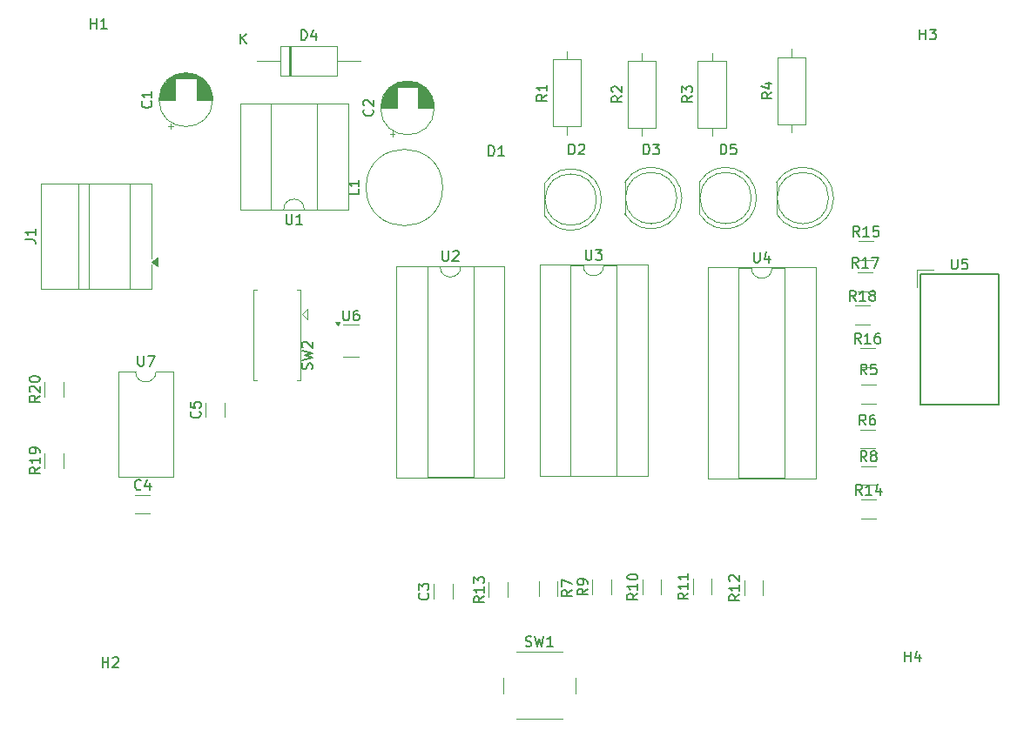
<source format=gbr>
%TF.GenerationSoftware,KiCad,Pcbnew,9.0.3*%
%TF.CreationDate,2025-12-16T11:33:00+01:00*%
%TF.ProjectId,PTP_Josip_Grgic_Project1,5054505f-4a6f-4736-9970-5f4772676963,rev?*%
%TF.SameCoordinates,Original*%
%TF.FileFunction,Legend,Top*%
%TF.FilePolarity,Positive*%
%FSLAX46Y46*%
G04 Gerber Fmt 4.6, Leading zero omitted, Abs format (unit mm)*
G04 Created by KiCad (PCBNEW 9.0.3) date 2025-12-16 11:33:00*
%MOMM*%
%LPD*%
G01*
G04 APERTURE LIST*
%ADD10C,0.150000*%
%ADD11C,0.120000*%
G04 APERTURE END LIST*
D10*
X123888095Y-111654819D02*
X123888095Y-110654819D01*
X123888095Y-111131009D02*
X124459523Y-111131009D01*
X124459523Y-111654819D02*
X124459523Y-110654819D01*
X124888095Y-110750057D02*
X124935714Y-110702438D01*
X124935714Y-110702438D02*
X125030952Y-110654819D01*
X125030952Y-110654819D02*
X125269047Y-110654819D01*
X125269047Y-110654819D02*
X125364285Y-110702438D01*
X125364285Y-110702438D02*
X125411904Y-110750057D01*
X125411904Y-110750057D02*
X125459523Y-110845295D01*
X125459523Y-110845295D02*
X125459523Y-110940533D01*
X125459523Y-110940533D02*
X125411904Y-111083390D01*
X125411904Y-111083390D02*
X124840476Y-111654819D01*
X124840476Y-111654819D02*
X125459523Y-111654819D01*
X128609580Y-56591666D02*
X128657200Y-56639285D01*
X128657200Y-56639285D02*
X128704819Y-56782142D01*
X128704819Y-56782142D02*
X128704819Y-56877380D01*
X128704819Y-56877380D02*
X128657200Y-57020237D01*
X128657200Y-57020237D02*
X128561961Y-57115475D01*
X128561961Y-57115475D02*
X128466723Y-57163094D01*
X128466723Y-57163094D02*
X128276247Y-57210713D01*
X128276247Y-57210713D02*
X128133390Y-57210713D01*
X128133390Y-57210713D02*
X127942914Y-57163094D01*
X127942914Y-57163094D02*
X127847676Y-57115475D01*
X127847676Y-57115475D02*
X127752438Y-57020237D01*
X127752438Y-57020237D02*
X127704819Y-56877380D01*
X127704819Y-56877380D02*
X127704819Y-56782142D01*
X127704819Y-56782142D02*
X127752438Y-56639285D01*
X127752438Y-56639285D02*
X127800057Y-56591666D01*
X128704819Y-55639285D02*
X128704819Y-56210713D01*
X128704819Y-55924999D02*
X127704819Y-55924999D01*
X127704819Y-55924999D02*
X127847676Y-56020237D01*
X127847676Y-56020237D02*
X127942914Y-56115475D01*
X127942914Y-56115475D02*
X127990533Y-56210713D01*
X141753095Y-67559819D02*
X141753095Y-68369342D01*
X141753095Y-68369342D02*
X141800714Y-68464580D01*
X141800714Y-68464580D02*
X141848333Y-68512200D01*
X141848333Y-68512200D02*
X141943571Y-68559819D01*
X141943571Y-68559819D02*
X142134047Y-68559819D01*
X142134047Y-68559819D02*
X142229285Y-68512200D01*
X142229285Y-68512200D02*
X142276904Y-68464580D01*
X142276904Y-68464580D02*
X142324523Y-68369342D01*
X142324523Y-68369342D02*
X142324523Y-67559819D01*
X143324523Y-68559819D02*
X142753095Y-68559819D01*
X143038809Y-68559819D02*
X143038809Y-67559819D01*
X143038809Y-67559819D02*
X142943571Y-67702676D01*
X142943571Y-67702676D02*
X142848333Y-67797914D01*
X142848333Y-67797914D02*
X142753095Y-67845533D01*
X155534580Y-104454166D02*
X155582200Y-104501785D01*
X155582200Y-104501785D02*
X155629819Y-104644642D01*
X155629819Y-104644642D02*
X155629819Y-104739880D01*
X155629819Y-104739880D02*
X155582200Y-104882737D01*
X155582200Y-104882737D02*
X155486961Y-104977975D01*
X155486961Y-104977975D02*
X155391723Y-105025594D01*
X155391723Y-105025594D02*
X155201247Y-105073213D01*
X155201247Y-105073213D02*
X155058390Y-105073213D01*
X155058390Y-105073213D02*
X154867914Y-105025594D01*
X154867914Y-105025594D02*
X154772676Y-104977975D01*
X154772676Y-104977975D02*
X154677438Y-104882737D01*
X154677438Y-104882737D02*
X154629819Y-104739880D01*
X154629819Y-104739880D02*
X154629819Y-104644642D01*
X154629819Y-104644642D02*
X154677438Y-104501785D01*
X154677438Y-104501785D02*
X154725057Y-104454166D01*
X154629819Y-104120832D02*
X154629819Y-103501785D01*
X154629819Y-103501785D02*
X155010771Y-103835118D01*
X155010771Y-103835118D02*
X155010771Y-103692261D01*
X155010771Y-103692261D02*
X155058390Y-103597023D01*
X155058390Y-103597023D02*
X155106009Y-103549404D01*
X155106009Y-103549404D02*
X155201247Y-103501785D01*
X155201247Y-103501785D02*
X155439342Y-103501785D01*
X155439342Y-103501785D02*
X155534580Y-103549404D01*
X155534580Y-103549404D02*
X155582200Y-103597023D01*
X155582200Y-103597023D02*
X155629819Y-103692261D01*
X155629819Y-103692261D02*
X155629819Y-103977975D01*
X155629819Y-103977975D02*
X155582200Y-104073213D01*
X155582200Y-104073213D02*
X155534580Y-104120832D01*
X198108333Y-88074819D02*
X197775000Y-87598628D01*
X197536905Y-88074819D02*
X197536905Y-87074819D01*
X197536905Y-87074819D02*
X197917857Y-87074819D01*
X197917857Y-87074819D02*
X198013095Y-87122438D01*
X198013095Y-87122438D02*
X198060714Y-87170057D01*
X198060714Y-87170057D02*
X198108333Y-87265295D01*
X198108333Y-87265295D02*
X198108333Y-87408152D01*
X198108333Y-87408152D02*
X198060714Y-87503390D01*
X198060714Y-87503390D02*
X198013095Y-87551009D01*
X198013095Y-87551009D02*
X197917857Y-87598628D01*
X197917857Y-87598628D02*
X197536905Y-87598628D01*
X198965476Y-87074819D02*
X198775000Y-87074819D01*
X198775000Y-87074819D02*
X198679762Y-87122438D01*
X198679762Y-87122438D02*
X198632143Y-87170057D01*
X198632143Y-87170057D02*
X198536905Y-87312914D01*
X198536905Y-87312914D02*
X198489286Y-87503390D01*
X198489286Y-87503390D02*
X198489286Y-87884342D01*
X198489286Y-87884342D02*
X198536905Y-87979580D01*
X198536905Y-87979580D02*
X198584524Y-88027200D01*
X198584524Y-88027200D02*
X198679762Y-88074819D01*
X198679762Y-88074819D02*
X198870238Y-88074819D01*
X198870238Y-88074819D02*
X198965476Y-88027200D01*
X198965476Y-88027200D02*
X199013095Y-87979580D01*
X199013095Y-87979580D02*
X199060714Y-87884342D01*
X199060714Y-87884342D02*
X199060714Y-87646247D01*
X199060714Y-87646247D02*
X199013095Y-87551009D01*
X199013095Y-87551009D02*
X198965476Y-87503390D01*
X198965476Y-87503390D02*
X198870238Y-87455771D01*
X198870238Y-87455771D02*
X198679762Y-87455771D01*
X198679762Y-87455771D02*
X198584524Y-87503390D01*
X198584524Y-87503390D02*
X198536905Y-87551009D01*
X198536905Y-87551009D02*
X198489286Y-87646247D01*
X185824819Y-104592857D02*
X185348628Y-104926190D01*
X185824819Y-105164285D02*
X184824819Y-105164285D01*
X184824819Y-105164285D02*
X184824819Y-104783333D01*
X184824819Y-104783333D02*
X184872438Y-104688095D01*
X184872438Y-104688095D02*
X184920057Y-104640476D01*
X184920057Y-104640476D02*
X185015295Y-104592857D01*
X185015295Y-104592857D02*
X185158152Y-104592857D01*
X185158152Y-104592857D02*
X185253390Y-104640476D01*
X185253390Y-104640476D02*
X185301009Y-104688095D01*
X185301009Y-104688095D02*
X185348628Y-104783333D01*
X185348628Y-104783333D02*
X185348628Y-105164285D01*
X185824819Y-103640476D02*
X185824819Y-104211904D01*
X185824819Y-103926190D02*
X184824819Y-103926190D01*
X184824819Y-103926190D02*
X184967676Y-104021428D01*
X184967676Y-104021428D02*
X185062914Y-104116666D01*
X185062914Y-104116666D02*
X185110533Y-104211904D01*
X184920057Y-103259523D02*
X184872438Y-103211904D01*
X184872438Y-103211904D02*
X184824819Y-103116666D01*
X184824819Y-103116666D02*
X184824819Y-102878571D01*
X184824819Y-102878571D02*
X184872438Y-102783333D01*
X184872438Y-102783333D02*
X184920057Y-102735714D01*
X184920057Y-102735714D02*
X185015295Y-102688095D01*
X185015295Y-102688095D02*
X185110533Y-102688095D01*
X185110533Y-102688095D02*
X185253390Y-102735714D01*
X185253390Y-102735714D02*
X185824819Y-103307142D01*
X185824819Y-103307142D02*
X185824819Y-102688095D01*
X203363095Y-50579819D02*
X203363095Y-49579819D01*
X203363095Y-50056009D02*
X203934523Y-50056009D01*
X203934523Y-50579819D02*
X203934523Y-49579819D01*
X204315476Y-49579819D02*
X204934523Y-49579819D01*
X204934523Y-49579819D02*
X204601190Y-49960771D01*
X204601190Y-49960771D02*
X204744047Y-49960771D01*
X204744047Y-49960771D02*
X204839285Y-50008390D01*
X204839285Y-50008390D02*
X204886904Y-50056009D01*
X204886904Y-50056009D02*
X204934523Y-50151247D01*
X204934523Y-50151247D02*
X204934523Y-50389342D01*
X204934523Y-50389342D02*
X204886904Y-50484580D01*
X204886904Y-50484580D02*
X204839285Y-50532200D01*
X204839285Y-50532200D02*
X204744047Y-50579819D01*
X204744047Y-50579819D02*
X204458333Y-50579819D01*
X204458333Y-50579819D02*
X204363095Y-50532200D01*
X204363095Y-50532200D02*
X204315476Y-50484580D01*
X148854819Y-65141666D02*
X148854819Y-65617856D01*
X148854819Y-65617856D02*
X147854819Y-65617856D01*
X148854819Y-64284523D02*
X148854819Y-64855951D01*
X148854819Y-64570237D02*
X147854819Y-64570237D01*
X147854819Y-64570237D02*
X147997676Y-64665475D01*
X147997676Y-64665475D02*
X148092914Y-64760713D01*
X148092914Y-64760713D02*
X148140533Y-64855951D01*
X127633333Y-94309580D02*
X127585714Y-94357200D01*
X127585714Y-94357200D02*
X127442857Y-94404819D01*
X127442857Y-94404819D02*
X127347619Y-94404819D01*
X127347619Y-94404819D02*
X127204762Y-94357200D01*
X127204762Y-94357200D02*
X127109524Y-94261961D01*
X127109524Y-94261961D02*
X127061905Y-94166723D01*
X127061905Y-94166723D02*
X127014286Y-93976247D01*
X127014286Y-93976247D02*
X127014286Y-93833390D01*
X127014286Y-93833390D02*
X127061905Y-93642914D01*
X127061905Y-93642914D02*
X127109524Y-93547676D01*
X127109524Y-93547676D02*
X127204762Y-93452438D01*
X127204762Y-93452438D02*
X127347619Y-93404819D01*
X127347619Y-93404819D02*
X127442857Y-93404819D01*
X127442857Y-93404819D02*
X127585714Y-93452438D01*
X127585714Y-93452438D02*
X127633333Y-93500057D01*
X128490476Y-93738152D02*
X128490476Y-94404819D01*
X128252381Y-93357200D02*
X128014286Y-94071485D01*
X128014286Y-94071485D02*
X128633333Y-94071485D01*
X197732142Y-94869819D02*
X197398809Y-94393628D01*
X197160714Y-94869819D02*
X197160714Y-93869819D01*
X197160714Y-93869819D02*
X197541666Y-93869819D01*
X197541666Y-93869819D02*
X197636904Y-93917438D01*
X197636904Y-93917438D02*
X197684523Y-93965057D01*
X197684523Y-93965057D02*
X197732142Y-94060295D01*
X197732142Y-94060295D02*
X197732142Y-94203152D01*
X197732142Y-94203152D02*
X197684523Y-94298390D01*
X197684523Y-94298390D02*
X197636904Y-94346009D01*
X197636904Y-94346009D02*
X197541666Y-94393628D01*
X197541666Y-94393628D02*
X197160714Y-94393628D01*
X198684523Y-94869819D02*
X198113095Y-94869819D01*
X198398809Y-94869819D02*
X198398809Y-93869819D01*
X198398809Y-93869819D02*
X198303571Y-94012676D01*
X198303571Y-94012676D02*
X198208333Y-94107914D01*
X198208333Y-94107914D02*
X198113095Y-94155533D01*
X199541666Y-94203152D02*
X199541666Y-94869819D01*
X199303571Y-93822200D02*
X199065476Y-94536485D01*
X199065476Y-94536485D02*
X199684523Y-94536485D01*
X171074819Y-104016666D02*
X170598628Y-104349999D01*
X171074819Y-104588094D02*
X170074819Y-104588094D01*
X170074819Y-104588094D02*
X170074819Y-104207142D01*
X170074819Y-104207142D02*
X170122438Y-104111904D01*
X170122438Y-104111904D02*
X170170057Y-104064285D01*
X170170057Y-104064285D02*
X170265295Y-104016666D01*
X170265295Y-104016666D02*
X170408152Y-104016666D01*
X170408152Y-104016666D02*
X170503390Y-104064285D01*
X170503390Y-104064285D02*
X170551009Y-104111904D01*
X170551009Y-104111904D02*
X170598628Y-104207142D01*
X170598628Y-104207142D02*
X170598628Y-104588094D01*
X171074819Y-103540475D02*
X171074819Y-103349999D01*
X171074819Y-103349999D02*
X171027200Y-103254761D01*
X171027200Y-103254761D02*
X170979580Y-103207142D01*
X170979580Y-103207142D02*
X170836723Y-103111904D01*
X170836723Y-103111904D02*
X170646247Y-103064285D01*
X170646247Y-103064285D02*
X170265295Y-103064285D01*
X170265295Y-103064285D02*
X170170057Y-103111904D01*
X170170057Y-103111904D02*
X170122438Y-103159523D01*
X170122438Y-103159523D02*
X170074819Y-103254761D01*
X170074819Y-103254761D02*
X170074819Y-103445237D01*
X170074819Y-103445237D02*
X170122438Y-103540475D01*
X170122438Y-103540475D02*
X170170057Y-103588094D01*
X170170057Y-103588094D02*
X170265295Y-103635713D01*
X170265295Y-103635713D02*
X170503390Y-103635713D01*
X170503390Y-103635713D02*
X170598628Y-103588094D01*
X170598628Y-103588094D02*
X170646247Y-103540475D01*
X170646247Y-103540475D02*
X170693866Y-103445237D01*
X170693866Y-103445237D02*
X170693866Y-103254761D01*
X170693866Y-103254761D02*
X170646247Y-103159523D01*
X170646247Y-103159523D02*
X170598628Y-103111904D01*
X170598628Y-103111904D02*
X170503390Y-103064285D01*
X127343095Y-81339819D02*
X127343095Y-82149342D01*
X127343095Y-82149342D02*
X127390714Y-82244580D01*
X127390714Y-82244580D02*
X127438333Y-82292200D01*
X127438333Y-82292200D02*
X127533571Y-82339819D01*
X127533571Y-82339819D02*
X127724047Y-82339819D01*
X127724047Y-82339819D02*
X127819285Y-82292200D01*
X127819285Y-82292200D02*
X127866904Y-82244580D01*
X127866904Y-82244580D02*
X127914523Y-82149342D01*
X127914523Y-82149342D02*
X127914523Y-81339819D01*
X128295476Y-81339819D02*
X128962142Y-81339819D01*
X128962142Y-81339819D02*
X128533571Y-82339819D01*
X165041667Y-109582200D02*
X165184524Y-109629819D01*
X165184524Y-109629819D02*
X165422619Y-109629819D01*
X165422619Y-109629819D02*
X165517857Y-109582200D01*
X165517857Y-109582200D02*
X165565476Y-109534580D01*
X165565476Y-109534580D02*
X165613095Y-109439342D01*
X165613095Y-109439342D02*
X165613095Y-109344104D01*
X165613095Y-109344104D02*
X165565476Y-109248866D01*
X165565476Y-109248866D02*
X165517857Y-109201247D01*
X165517857Y-109201247D02*
X165422619Y-109153628D01*
X165422619Y-109153628D02*
X165232143Y-109106009D01*
X165232143Y-109106009D02*
X165136905Y-109058390D01*
X165136905Y-109058390D02*
X165089286Y-109010771D01*
X165089286Y-109010771D02*
X165041667Y-108915533D01*
X165041667Y-108915533D02*
X165041667Y-108820295D01*
X165041667Y-108820295D02*
X165089286Y-108725057D01*
X165089286Y-108725057D02*
X165136905Y-108677438D01*
X165136905Y-108677438D02*
X165232143Y-108629819D01*
X165232143Y-108629819D02*
X165470238Y-108629819D01*
X165470238Y-108629819D02*
X165613095Y-108677438D01*
X165946429Y-108629819D02*
X166184524Y-109629819D01*
X166184524Y-109629819D02*
X166375000Y-108915533D01*
X166375000Y-108915533D02*
X166565476Y-109629819D01*
X166565476Y-109629819D02*
X166803572Y-108629819D01*
X167708333Y-109629819D02*
X167136905Y-109629819D01*
X167422619Y-109629819D02*
X167422619Y-108629819D01*
X167422619Y-108629819D02*
X167327381Y-108772676D01*
X167327381Y-108772676D02*
X167232143Y-108867914D01*
X167232143Y-108867914D02*
X167136905Y-108915533D01*
X176506905Y-61744819D02*
X176506905Y-60744819D01*
X176506905Y-60744819D02*
X176745000Y-60744819D01*
X176745000Y-60744819D02*
X176887857Y-60792438D01*
X176887857Y-60792438D02*
X176983095Y-60887676D01*
X176983095Y-60887676D02*
X177030714Y-60982914D01*
X177030714Y-60982914D02*
X177078333Y-61173390D01*
X177078333Y-61173390D02*
X177078333Y-61316247D01*
X177078333Y-61316247D02*
X177030714Y-61506723D01*
X177030714Y-61506723D02*
X176983095Y-61601961D01*
X176983095Y-61601961D02*
X176887857Y-61697200D01*
X176887857Y-61697200D02*
X176745000Y-61744819D01*
X176745000Y-61744819D02*
X176506905Y-61744819D01*
X177411667Y-60744819D02*
X178030714Y-60744819D01*
X178030714Y-60744819D02*
X177697381Y-61125771D01*
X177697381Y-61125771D02*
X177840238Y-61125771D01*
X177840238Y-61125771D02*
X177935476Y-61173390D01*
X177935476Y-61173390D02*
X177983095Y-61221009D01*
X177983095Y-61221009D02*
X178030714Y-61316247D01*
X178030714Y-61316247D02*
X178030714Y-61554342D01*
X178030714Y-61554342D02*
X177983095Y-61649580D01*
X177983095Y-61649580D02*
X177935476Y-61697200D01*
X177935476Y-61697200D02*
X177840238Y-61744819D01*
X177840238Y-61744819D02*
X177554524Y-61744819D01*
X177554524Y-61744819D02*
X177459286Y-61697200D01*
X177459286Y-61697200D02*
X177411667Y-61649580D01*
X133359580Y-86779166D02*
X133407200Y-86826785D01*
X133407200Y-86826785D02*
X133454819Y-86969642D01*
X133454819Y-86969642D02*
X133454819Y-87064880D01*
X133454819Y-87064880D02*
X133407200Y-87207737D01*
X133407200Y-87207737D02*
X133311961Y-87302975D01*
X133311961Y-87302975D02*
X133216723Y-87350594D01*
X133216723Y-87350594D02*
X133026247Y-87398213D01*
X133026247Y-87398213D02*
X132883390Y-87398213D01*
X132883390Y-87398213D02*
X132692914Y-87350594D01*
X132692914Y-87350594D02*
X132597676Y-87302975D01*
X132597676Y-87302975D02*
X132502438Y-87207737D01*
X132502438Y-87207737D02*
X132454819Y-87064880D01*
X132454819Y-87064880D02*
X132454819Y-86969642D01*
X132454819Y-86969642D02*
X132502438Y-86826785D01*
X132502438Y-86826785D02*
X132550057Y-86779166D01*
X132454819Y-85874404D02*
X132454819Y-86350594D01*
X132454819Y-86350594D02*
X132931009Y-86398213D01*
X132931009Y-86398213D02*
X132883390Y-86350594D01*
X132883390Y-86350594D02*
X132835771Y-86255356D01*
X132835771Y-86255356D02*
X132835771Y-86017261D01*
X132835771Y-86017261D02*
X132883390Y-85922023D01*
X132883390Y-85922023D02*
X132931009Y-85874404D01*
X132931009Y-85874404D02*
X133026247Y-85826785D01*
X133026247Y-85826785D02*
X133264342Y-85826785D01*
X133264342Y-85826785D02*
X133359580Y-85874404D01*
X133359580Y-85874404D02*
X133407200Y-85922023D01*
X133407200Y-85922023D02*
X133454819Y-86017261D01*
X133454819Y-86017261D02*
X133454819Y-86255356D01*
X133454819Y-86255356D02*
X133407200Y-86350594D01*
X133407200Y-86350594D02*
X133359580Y-86398213D01*
X169534819Y-104141666D02*
X169058628Y-104474999D01*
X169534819Y-104713094D02*
X168534819Y-104713094D01*
X168534819Y-104713094D02*
X168534819Y-104332142D01*
X168534819Y-104332142D02*
X168582438Y-104236904D01*
X168582438Y-104236904D02*
X168630057Y-104189285D01*
X168630057Y-104189285D02*
X168725295Y-104141666D01*
X168725295Y-104141666D02*
X168868152Y-104141666D01*
X168868152Y-104141666D02*
X168963390Y-104189285D01*
X168963390Y-104189285D02*
X169011009Y-104236904D01*
X169011009Y-104236904D02*
X169058628Y-104332142D01*
X169058628Y-104332142D02*
X169058628Y-104713094D01*
X168534819Y-103808332D02*
X168534819Y-103141666D01*
X168534819Y-103141666D02*
X169534819Y-103570237D01*
X161441905Y-61894819D02*
X161441905Y-60894819D01*
X161441905Y-60894819D02*
X161680000Y-60894819D01*
X161680000Y-60894819D02*
X161822857Y-60942438D01*
X161822857Y-60942438D02*
X161918095Y-61037676D01*
X161918095Y-61037676D02*
X161965714Y-61132914D01*
X161965714Y-61132914D02*
X162013333Y-61323390D01*
X162013333Y-61323390D02*
X162013333Y-61466247D01*
X162013333Y-61466247D02*
X161965714Y-61656723D01*
X161965714Y-61656723D02*
X161918095Y-61751961D01*
X161918095Y-61751961D02*
X161822857Y-61847200D01*
X161822857Y-61847200D02*
X161680000Y-61894819D01*
X161680000Y-61894819D02*
X161441905Y-61894819D01*
X162965714Y-61894819D02*
X162394286Y-61894819D01*
X162680000Y-61894819D02*
X162680000Y-60894819D01*
X162680000Y-60894819D02*
X162584762Y-61037676D01*
X162584762Y-61037676D02*
X162489524Y-61132914D01*
X162489524Y-61132914D02*
X162394286Y-61180533D01*
X181234819Y-56066666D02*
X180758628Y-56399999D01*
X181234819Y-56638094D02*
X180234819Y-56638094D01*
X180234819Y-56638094D02*
X180234819Y-56257142D01*
X180234819Y-56257142D02*
X180282438Y-56161904D01*
X180282438Y-56161904D02*
X180330057Y-56114285D01*
X180330057Y-56114285D02*
X180425295Y-56066666D01*
X180425295Y-56066666D02*
X180568152Y-56066666D01*
X180568152Y-56066666D02*
X180663390Y-56114285D01*
X180663390Y-56114285D02*
X180711009Y-56161904D01*
X180711009Y-56161904D02*
X180758628Y-56257142D01*
X180758628Y-56257142D02*
X180758628Y-56638094D01*
X180234819Y-55733332D02*
X180234819Y-55114285D01*
X180234819Y-55114285D02*
X180615771Y-55447618D01*
X180615771Y-55447618D02*
X180615771Y-55304761D01*
X180615771Y-55304761D02*
X180663390Y-55209523D01*
X180663390Y-55209523D02*
X180711009Y-55161904D01*
X180711009Y-55161904D02*
X180806247Y-55114285D01*
X180806247Y-55114285D02*
X181044342Y-55114285D01*
X181044342Y-55114285D02*
X181139580Y-55161904D01*
X181139580Y-55161904D02*
X181187200Y-55209523D01*
X181187200Y-55209523D02*
X181234819Y-55304761D01*
X181234819Y-55304761D02*
X181234819Y-55590475D01*
X181234819Y-55590475D02*
X181187200Y-55685713D01*
X181187200Y-55685713D02*
X181139580Y-55733332D01*
X169256905Y-61744819D02*
X169256905Y-60744819D01*
X169256905Y-60744819D02*
X169495000Y-60744819D01*
X169495000Y-60744819D02*
X169637857Y-60792438D01*
X169637857Y-60792438D02*
X169733095Y-60887676D01*
X169733095Y-60887676D02*
X169780714Y-60982914D01*
X169780714Y-60982914D02*
X169828333Y-61173390D01*
X169828333Y-61173390D02*
X169828333Y-61316247D01*
X169828333Y-61316247D02*
X169780714Y-61506723D01*
X169780714Y-61506723D02*
X169733095Y-61601961D01*
X169733095Y-61601961D02*
X169637857Y-61697200D01*
X169637857Y-61697200D02*
X169495000Y-61744819D01*
X169495000Y-61744819D02*
X169256905Y-61744819D01*
X170209286Y-60840057D02*
X170256905Y-60792438D01*
X170256905Y-60792438D02*
X170352143Y-60744819D01*
X170352143Y-60744819D02*
X170590238Y-60744819D01*
X170590238Y-60744819D02*
X170685476Y-60792438D01*
X170685476Y-60792438D02*
X170733095Y-60840057D01*
X170733095Y-60840057D02*
X170780714Y-60935295D01*
X170780714Y-60935295D02*
X170780714Y-61030533D01*
X170780714Y-61030533D02*
X170733095Y-61173390D01*
X170733095Y-61173390D02*
X170161667Y-61744819D01*
X170161667Y-61744819D02*
X170780714Y-61744819D01*
X184006905Y-61744819D02*
X184006905Y-60744819D01*
X184006905Y-60744819D02*
X184245000Y-60744819D01*
X184245000Y-60744819D02*
X184387857Y-60792438D01*
X184387857Y-60792438D02*
X184483095Y-60887676D01*
X184483095Y-60887676D02*
X184530714Y-60982914D01*
X184530714Y-60982914D02*
X184578333Y-61173390D01*
X184578333Y-61173390D02*
X184578333Y-61316247D01*
X184578333Y-61316247D02*
X184530714Y-61506723D01*
X184530714Y-61506723D02*
X184483095Y-61601961D01*
X184483095Y-61601961D02*
X184387857Y-61697200D01*
X184387857Y-61697200D02*
X184245000Y-61744819D01*
X184245000Y-61744819D02*
X184006905Y-61744819D01*
X185483095Y-60744819D02*
X185006905Y-60744819D01*
X185006905Y-60744819D02*
X184959286Y-61221009D01*
X184959286Y-61221009D02*
X185006905Y-61173390D01*
X185006905Y-61173390D02*
X185102143Y-61125771D01*
X185102143Y-61125771D02*
X185340238Y-61125771D01*
X185340238Y-61125771D02*
X185435476Y-61173390D01*
X185435476Y-61173390D02*
X185483095Y-61221009D01*
X185483095Y-61221009D02*
X185530714Y-61316247D01*
X185530714Y-61316247D02*
X185530714Y-61554342D01*
X185530714Y-61554342D02*
X185483095Y-61649580D01*
X185483095Y-61649580D02*
X185435476Y-61697200D01*
X185435476Y-61697200D02*
X185340238Y-61744819D01*
X185340238Y-61744819D02*
X185102143Y-61744819D01*
X185102143Y-61744819D02*
X185006905Y-61697200D01*
X185006905Y-61697200D02*
X184959286Y-61649580D01*
X197382142Y-72774819D02*
X197048809Y-72298628D01*
X196810714Y-72774819D02*
X196810714Y-71774819D01*
X196810714Y-71774819D02*
X197191666Y-71774819D01*
X197191666Y-71774819D02*
X197286904Y-71822438D01*
X197286904Y-71822438D02*
X197334523Y-71870057D01*
X197334523Y-71870057D02*
X197382142Y-71965295D01*
X197382142Y-71965295D02*
X197382142Y-72108152D01*
X197382142Y-72108152D02*
X197334523Y-72203390D01*
X197334523Y-72203390D02*
X197286904Y-72251009D01*
X197286904Y-72251009D02*
X197191666Y-72298628D01*
X197191666Y-72298628D02*
X196810714Y-72298628D01*
X198334523Y-72774819D02*
X197763095Y-72774819D01*
X198048809Y-72774819D02*
X198048809Y-71774819D01*
X198048809Y-71774819D02*
X197953571Y-71917676D01*
X197953571Y-71917676D02*
X197858333Y-72012914D01*
X197858333Y-72012914D02*
X197763095Y-72060533D01*
X198667857Y-71774819D02*
X199334523Y-71774819D01*
X199334523Y-71774819D02*
X198905952Y-72774819D01*
X117799819Y-85242857D02*
X117323628Y-85576190D01*
X117799819Y-85814285D02*
X116799819Y-85814285D01*
X116799819Y-85814285D02*
X116799819Y-85433333D01*
X116799819Y-85433333D02*
X116847438Y-85338095D01*
X116847438Y-85338095D02*
X116895057Y-85290476D01*
X116895057Y-85290476D02*
X116990295Y-85242857D01*
X116990295Y-85242857D02*
X117133152Y-85242857D01*
X117133152Y-85242857D02*
X117228390Y-85290476D01*
X117228390Y-85290476D02*
X117276009Y-85338095D01*
X117276009Y-85338095D02*
X117323628Y-85433333D01*
X117323628Y-85433333D02*
X117323628Y-85814285D01*
X116895057Y-84861904D02*
X116847438Y-84814285D01*
X116847438Y-84814285D02*
X116799819Y-84719047D01*
X116799819Y-84719047D02*
X116799819Y-84480952D01*
X116799819Y-84480952D02*
X116847438Y-84385714D01*
X116847438Y-84385714D02*
X116895057Y-84338095D01*
X116895057Y-84338095D02*
X116990295Y-84290476D01*
X116990295Y-84290476D02*
X117085533Y-84290476D01*
X117085533Y-84290476D02*
X117228390Y-84338095D01*
X117228390Y-84338095D02*
X117799819Y-84909523D01*
X117799819Y-84909523D02*
X117799819Y-84290476D01*
X116799819Y-83671428D02*
X116799819Y-83576190D01*
X116799819Y-83576190D02*
X116847438Y-83480952D01*
X116847438Y-83480952D02*
X116895057Y-83433333D01*
X116895057Y-83433333D02*
X116990295Y-83385714D01*
X116990295Y-83385714D02*
X117180771Y-83338095D01*
X117180771Y-83338095D02*
X117418866Y-83338095D01*
X117418866Y-83338095D02*
X117609342Y-83385714D01*
X117609342Y-83385714D02*
X117704580Y-83433333D01*
X117704580Y-83433333D02*
X117752200Y-83480952D01*
X117752200Y-83480952D02*
X117799819Y-83576190D01*
X117799819Y-83576190D02*
X117799819Y-83671428D01*
X117799819Y-83671428D02*
X117752200Y-83766666D01*
X117752200Y-83766666D02*
X117704580Y-83814285D01*
X117704580Y-83814285D02*
X117609342Y-83861904D01*
X117609342Y-83861904D02*
X117418866Y-83909523D01*
X117418866Y-83909523D02*
X117180771Y-83909523D01*
X117180771Y-83909523D02*
X116990295Y-83861904D01*
X116990295Y-83861904D02*
X116895057Y-83814285D01*
X116895057Y-83814285D02*
X116847438Y-83766666D01*
X116847438Y-83766666D02*
X116799819Y-83671428D01*
X197132142Y-76024819D02*
X196798809Y-75548628D01*
X196560714Y-76024819D02*
X196560714Y-75024819D01*
X196560714Y-75024819D02*
X196941666Y-75024819D01*
X196941666Y-75024819D02*
X197036904Y-75072438D01*
X197036904Y-75072438D02*
X197084523Y-75120057D01*
X197084523Y-75120057D02*
X197132142Y-75215295D01*
X197132142Y-75215295D02*
X197132142Y-75358152D01*
X197132142Y-75358152D02*
X197084523Y-75453390D01*
X197084523Y-75453390D02*
X197036904Y-75501009D01*
X197036904Y-75501009D02*
X196941666Y-75548628D01*
X196941666Y-75548628D02*
X196560714Y-75548628D01*
X198084523Y-76024819D02*
X197513095Y-76024819D01*
X197798809Y-76024819D02*
X197798809Y-75024819D01*
X197798809Y-75024819D02*
X197703571Y-75167676D01*
X197703571Y-75167676D02*
X197608333Y-75262914D01*
X197608333Y-75262914D02*
X197513095Y-75310533D01*
X198655952Y-75453390D02*
X198560714Y-75405771D01*
X198560714Y-75405771D02*
X198513095Y-75358152D01*
X198513095Y-75358152D02*
X198465476Y-75262914D01*
X198465476Y-75262914D02*
X198465476Y-75215295D01*
X198465476Y-75215295D02*
X198513095Y-75120057D01*
X198513095Y-75120057D02*
X198560714Y-75072438D01*
X198560714Y-75072438D02*
X198655952Y-75024819D01*
X198655952Y-75024819D02*
X198846428Y-75024819D01*
X198846428Y-75024819D02*
X198941666Y-75072438D01*
X198941666Y-75072438D02*
X198989285Y-75120057D01*
X198989285Y-75120057D02*
X199036904Y-75215295D01*
X199036904Y-75215295D02*
X199036904Y-75262914D01*
X199036904Y-75262914D02*
X198989285Y-75358152D01*
X198989285Y-75358152D02*
X198941666Y-75405771D01*
X198941666Y-75405771D02*
X198846428Y-75453390D01*
X198846428Y-75453390D02*
X198655952Y-75453390D01*
X198655952Y-75453390D02*
X198560714Y-75501009D01*
X198560714Y-75501009D02*
X198513095Y-75548628D01*
X198513095Y-75548628D02*
X198465476Y-75643866D01*
X198465476Y-75643866D02*
X198465476Y-75834342D01*
X198465476Y-75834342D02*
X198513095Y-75929580D01*
X198513095Y-75929580D02*
X198560714Y-75977200D01*
X198560714Y-75977200D02*
X198655952Y-76024819D01*
X198655952Y-76024819D02*
X198846428Y-76024819D01*
X198846428Y-76024819D02*
X198941666Y-75977200D01*
X198941666Y-75977200D02*
X198989285Y-75929580D01*
X198989285Y-75929580D02*
X199036904Y-75834342D01*
X199036904Y-75834342D02*
X199036904Y-75643866D01*
X199036904Y-75643866D02*
X198989285Y-75548628D01*
X198989285Y-75548628D02*
X198941666Y-75501009D01*
X198941666Y-75501009D02*
X198846428Y-75453390D01*
X170878095Y-71019819D02*
X170878095Y-71829342D01*
X170878095Y-71829342D02*
X170925714Y-71924580D01*
X170925714Y-71924580D02*
X170973333Y-71972200D01*
X170973333Y-71972200D02*
X171068571Y-72019819D01*
X171068571Y-72019819D02*
X171259047Y-72019819D01*
X171259047Y-72019819D02*
X171354285Y-71972200D01*
X171354285Y-71972200D02*
X171401904Y-71924580D01*
X171401904Y-71924580D02*
X171449523Y-71829342D01*
X171449523Y-71829342D02*
X171449523Y-71019819D01*
X171830476Y-71019819D02*
X172449523Y-71019819D01*
X172449523Y-71019819D02*
X172116190Y-71400771D01*
X172116190Y-71400771D02*
X172259047Y-71400771D01*
X172259047Y-71400771D02*
X172354285Y-71448390D01*
X172354285Y-71448390D02*
X172401904Y-71496009D01*
X172401904Y-71496009D02*
X172449523Y-71591247D01*
X172449523Y-71591247D02*
X172449523Y-71829342D01*
X172449523Y-71829342D02*
X172401904Y-71924580D01*
X172401904Y-71924580D02*
X172354285Y-71972200D01*
X172354285Y-71972200D02*
X172259047Y-72019819D01*
X172259047Y-72019819D02*
X171973333Y-72019819D01*
X171973333Y-72019819D02*
X171878095Y-71972200D01*
X171878095Y-71972200D02*
X171830476Y-71924580D01*
X147288095Y-76929819D02*
X147288095Y-77739342D01*
X147288095Y-77739342D02*
X147335714Y-77834580D01*
X147335714Y-77834580D02*
X147383333Y-77882200D01*
X147383333Y-77882200D02*
X147478571Y-77929819D01*
X147478571Y-77929819D02*
X147669047Y-77929819D01*
X147669047Y-77929819D02*
X147764285Y-77882200D01*
X147764285Y-77882200D02*
X147811904Y-77834580D01*
X147811904Y-77834580D02*
X147859523Y-77739342D01*
X147859523Y-77739342D02*
X147859523Y-76929819D01*
X148764285Y-76929819D02*
X148573809Y-76929819D01*
X148573809Y-76929819D02*
X148478571Y-76977438D01*
X148478571Y-76977438D02*
X148430952Y-77025057D01*
X148430952Y-77025057D02*
X148335714Y-77167914D01*
X148335714Y-77167914D02*
X148288095Y-77358390D01*
X148288095Y-77358390D02*
X148288095Y-77739342D01*
X148288095Y-77739342D02*
X148335714Y-77834580D01*
X148335714Y-77834580D02*
X148383333Y-77882200D01*
X148383333Y-77882200D02*
X148478571Y-77929819D01*
X148478571Y-77929819D02*
X148669047Y-77929819D01*
X148669047Y-77929819D02*
X148764285Y-77882200D01*
X148764285Y-77882200D02*
X148811904Y-77834580D01*
X148811904Y-77834580D02*
X148859523Y-77739342D01*
X148859523Y-77739342D02*
X148859523Y-77501247D01*
X148859523Y-77501247D02*
X148811904Y-77406009D01*
X148811904Y-77406009D02*
X148764285Y-77358390D01*
X148764285Y-77358390D02*
X148669047Y-77310771D01*
X148669047Y-77310771D02*
X148478571Y-77310771D01*
X148478571Y-77310771D02*
X148383333Y-77358390D01*
X148383333Y-77358390D02*
X148335714Y-77406009D01*
X148335714Y-77406009D02*
X148288095Y-77501247D01*
X175924819Y-104492857D02*
X175448628Y-104826190D01*
X175924819Y-105064285D02*
X174924819Y-105064285D01*
X174924819Y-105064285D02*
X174924819Y-104683333D01*
X174924819Y-104683333D02*
X174972438Y-104588095D01*
X174972438Y-104588095D02*
X175020057Y-104540476D01*
X175020057Y-104540476D02*
X175115295Y-104492857D01*
X175115295Y-104492857D02*
X175258152Y-104492857D01*
X175258152Y-104492857D02*
X175353390Y-104540476D01*
X175353390Y-104540476D02*
X175401009Y-104588095D01*
X175401009Y-104588095D02*
X175448628Y-104683333D01*
X175448628Y-104683333D02*
X175448628Y-105064285D01*
X175924819Y-103540476D02*
X175924819Y-104111904D01*
X175924819Y-103826190D02*
X174924819Y-103826190D01*
X174924819Y-103826190D02*
X175067676Y-103921428D01*
X175067676Y-103921428D02*
X175162914Y-104016666D01*
X175162914Y-104016666D02*
X175210533Y-104111904D01*
X174924819Y-102921428D02*
X174924819Y-102826190D01*
X174924819Y-102826190D02*
X174972438Y-102730952D01*
X174972438Y-102730952D02*
X175020057Y-102683333D01*
X175020057Y-102683333D02*
X175115295Y-102635714D01*
X175115295Y-102635714D02*
X175305771Y-102588095D01*
X175305771Y-102588095D02*
X175543866Y-102588095D01*
X175543866Y-102588095D02*
X175734342Y-102635714D01*
X175734342Y-102635714D02*
X175829580Y-102683333D01*
X175829580Y-102683333D02*
X175877200Y-102730952D01*
X175877200Y-102730952D02*
X175924819Y-102826190D01*
X175924819Y-102826190D02*
X175924819Y-102921428D01*
X175924819Y-102921428D02*
X175877200Y-103016666D01*
X175877200Y-103016666D02*
X175829580Y-103064285D01*
X175829580Y-103064285D02*
X175734342Y-103111904D01*
X175734342Y-103111904D02*
X175543866Y-103159523D01*
X175543866Y-103159523D02*
X175305771Y-103159523D01*
X175305771Y-103159523D02*
X175115295Y-103111904D01*
X175115295Y-103111904D02*
X175020057Y-103064285D01*
X175020057Y-103064285D02*
X174972438Y-103016666D01*
X174972438Y-103016666D02*
X174924819Y-102921428D01*
X198208333Y-83174819D02*
X197875000Y-82698628D01*
X197636905Y-83174819D02*
X197636905Y-82174819D01*
X197636905Y-82174819D02*
X198017857Y-82174819D01*
X198017857Y-82174819D02*
X198113095Y-82222438D01*
X198113095Y-82222438D02*
X198160714Y-82270057D01*
X198160714Y-82270057D02*
X198208333Y-82365295D01*
X198208333Y-82365295D02*
X198208333Y-82508152D01*
X198208333Y-82508152D02*
X198160714Y-82603390D01*
X198160714Y-82603390D02*
X198113095Y-82651009D01*
X198113095Y-82651009D02*
X198017857Y-82698628D01*
X198017857Y-82698628D02*
X197636905Y-82698628D01*
X199113095Y-82174819D02*
X198636905Y-82174819D01*
X198636905Y-82174819D02*
X198589286Y-82651009D01*
X198589286Y-82651009D02*
X198636905Y-82603390D01*
X198636905Y-82603390D02*
X198732143Y-82555771D01*
X198732143Y-82555771D02*
X198970238Y-82555771D01*
X198970238Y-82555771D02*
X199065476Y-82603390D01*
X199065476Y-82603390D02*
X199113095Y-82651009D01*
X199113095Y-82651009D02*
X199160714Y-82746247D01*
X199160714Y-82746247D02*
X199160714Y-82984342D01*
X199160714Y-82984342D02*
X199113095Y-83079580D01*
X199113095Y-83079580D02*
X199065476Y-83127200D01*
X199065476Y-83127200D02*
X198970238Y-83174819D01*
X198970238Y-83174819D02*
X198732143Y-83174819D01*
X198732143Y-83174819D02*
X198636905Y-83127200D01*
X198636905Y-83127200D02*
X198589286Y-83079580D01*
X160999819Y-104767857D02*
X160523628Y-105101190D01*
X160999819Y-105339285D02*
X159999819Y-105339285D01*
X159999819Y-105339285D02*
X159999819Y-104958333D01*
X159999819Y-104958333D02*
X160047438Y-104863095D01*
X160047438Y-104863095D02*
X160095057Y-104815476D01*
X160095057Y-104815476D02*
X160190295Y-104767857D01*
X160190295Y-104767857D02*
X160333152Y-104767857D01*
X160333152Y-104767857D02*
X160428390Y-104815476D01*
X160428390Y-104815476D02*
X160476009Y-104863095D01*
X160476009Y-104863095D02*
X160523628Y-104958333D01*
X160523628Y-104958333D02*
X160523628Y-105339285D01*
X160999819Y-103815476D02*
X160999819Y-104386904D01*
X160999819Y-104101190D02*
X159999819Y-104101190D01*
X159999819Y-104101190D02*
X160142676Y-104196428D01*
X160142676Y-104196428D02*
X160237914Y-104291666D01*
X160237914Y-104291666D02*
X160285533Y-104386904D01*
X159999819Y-103482142D02*
X159999819Y-102863095D01*
X159999819Y-102863095D02*
X160380771Y-103196428D01*
X160380771Y-103196428D02*
X160380771Y-103053571D01*
X160380771Y-103053571D02*
X160428390Y-102958333D01*
X160428390Y-102958333D02*
X160476009Y-102910714D01*
X160476009Y-102910714D02*
X160571247Y-102863095D01*
X160571247Y-102863095D02*
X160809342Y-102863095D01*
X160809342Y-102863095D02*
X160904580Y-102910714D01*
X160904580Y-102910714D02*
X160952200Y-102958333D01*
X160952200Y-102958333D02*
X160999819Y-103053571D01*
X160999819Y-103053571D02*
X160999819Y-103339285D01*
X160999819Y-103339285D02*
X160952200Y-103434523D01*
X160952200Y-103434523D02*
X160904580Y-103482142D01*
X122738095Y-49504819D02*
X122738095Y-48504819D01*
X122738095Y-48981009D02*
X123309523Y-48981009D01*
X123309523Y-49504819D02*
X123309523Y-48504819D01*
X124309523Y-49504819D02*
X123738095Y-49504819D01*
X124023809Y-49504819D02*
X124023809Y-48504819D01*
X124023809Y-48504819D02*
X123928571Y-48647676D01*
X123928571Y-48647676D02*
X123833333Y-48742914D01*
X123833333Y-48742914D02*
X123738095Y-48790533D01*
X187238095Y-71259819D02*
X187238095Y-72069342D01*
X187238095Y-72069342D02*
X187285714Y-72164580D01*
X187285714Y-72164580D02*
X187333333Y-72212200D01*
X187333333Y-72212200D02*
X187428571Y-72259819D01*
X187428571Y-72259819D02*
X187619047Y-72259819D01*
X187619047Y-72259819D02*
X187714285Y-72212200D01*
X187714285Y-72212200D02*
X187761904Y-72164580D01*
X187761904Y-72164580D02*
X187809523Y-72069342D01*
X187809523Y-72069342D02*
X187809523Y-71259819D01*
X188714285Y-71593152D02*
X188714285Y-72259819D01*
X188476190Y-71212200D02*
X188238095Y-71926485D01*
X188238095Y-71926485D02*
X188857142Y-71926485D01*
X188984819Y-55716666D02*
X188508628Y-56049999D01*
X188984819Y-56288094D02*
X187984819Y-56288094D01*
X187984819Y-56288094D02*
X187984819Y-55907142D01*
X187984819Y-55907142D02*
X188032438Y-55811904D01*
X188032438Y-55811904D02*
X188080057Y-55764285D01*
X188080057Y-55764285D02*
X188175295Y-55716666D01*
X188175295Y-55716666D02*
X188318152Y-55716666D01*
X188318152Y-55716666D02*
X188413390Y-55764285D01*
X188413390Y-55764285D02*
X188461009Y-55811904D01*
X188461009Y-55811904D02*
X188508628Y-55907142D01*
X188508628Y-55907142D02*
X188508628Y-56288094D01*
X188318152Y-54859523D02*
X188984819Y-54859523D01*
X187937200Y-55097618D02*
X188651485Y-55335713D01*
X188651485Y-55335713D02*
X188651485Y-54716666D01*
X198208333Y-91619819D02*
X197875000Y-91143628D01*
X197636905Y-91619819D02*
X197636905Y-90619819D01*
X197636905Y-90619819D02*
X198017857Y-90619819D01*
X198017857Y-90619819D02*
X198113095Y-90667438D01*
X198113095Y-90667438D02*
X198160714Y-90715057D01*
X198160714Y-90715057D02*
X198208333Y-90810295D01*
X198208333Y-90810295D02*
X198208333Y-90953152D01*
X198208333Y-90953152D02*
X198160714Y-91048390D01*
X198160714Y-91048390D02*
X198113095Y-91096009D01*
X198113095Y-91096009D02*
X198017857Y-91143628D01*
X198017857Y-91143628D02*
X197636905Y-91143628D01*
X198779762Y-91048390D02*
X198684524Y-91000771D01*
X198684524Y-91000771D02*
X198636905Y-90953152D01*
X198636905Y-90953152D02*
X198589286Y-90857914D01*
X198589286Y-90857914D02*
X198589286Y-90810295D01*
X198589286Y-90810295D02*
X198636905Y-90715057D01*
X198636905Y-90715057D02*
X198684524Y-90667438D01*
X198684524Y-90667438D02*
X198779762Y-90619819D01*
X198779762Y-90619819D02*
X198970238Y-90619819D01*
X198970238Y-90619819D02*
X199065476Y-90667438D01*
X199065476Y-90667438D02*
X199113095Y-90715057D01*
X199113095Y-90715057D02*
X199160714Y-90810295D01*
X199160714Y-90810295D02*
X199160714Y-90857914D01*
X199160714Y-90857914D02*
X199113095Y-90953152D01*
X199113095Y-90953152D02*
X199065476Y-91000771D01*
X199065476Y-91000771D02*
X198970238Y-91048390D01*
X198970238Y-91048390D02*
X198779762Y-91048390D01*
X198779762Y-91048390D02*
X198684524Y-91096009D01*
X198684524Y-91096009D02*
X198636905Y-91143628D01*
X198636905Y-91143628D02*
X198589286Y-91238866D01*
X198589286Y-91238866D02*
X198589286Y-91429342D01*
X198589286Y-91429342D02*
X198636905Y-91524580D01*
X198636905Y-91524580D02*
X198684524Y-91572200D01*
X198684524Y-91572200D02*
X198779762Y-91619819D01*
X198779762Y-91619819D02*
X198970238Y-91619819D01*
X198970238Y-91619819D02*
X199065476Y-91572200D01*
X199065476Y-91572200D02*
X199113095Y-91524580D01*
X199113095Y-91524580D02*
X199160714Y-91429342D01*
X199160714Y-91429342D02*
X199160714Y-91238866D01*
X199160714Y-91238866D02*
X199113095Y-91143628D01*
X199113095Y-91143628D02*
X199065476Y-91096009D01*
X199065476Y-91096009D02*
X198970238Y-91048390D01*
X197632142Y-80144819D02*
X197298809Y-79668628D01*
X197060714Y-80144819D02*
X197060714Y-79144819D01*
X197060714Y-79144819D02*
X197441666Y-79144819D01*
X197441666Y-79144819D02*
X197536904Y-79192438D01*
X197536904Y-79192438D02*
X197584523Y-79240057D01*
X197584523Y-79240057D02*
X197632142Y-79335295D01*
X197632142Y-79335295D02*
X197632142Y-79478152D01*
X197632142Y-79478152D02*
X197584523Y-79573390D01*
X197584523Y-79573390D02*
X197536904Y-79621009D01*
X197536904Y-79621009D02*
X197441666Y-79668628D01*
X197441666Y-79668628D02*
X197060714Y-79668628D01*
X198584523Y-80144819D02*
X198013095Y-80144819D01*
X198298809Y-80144819D02*
X198298809Y-79144819D01*
X198298809Y-79144819D02*
X198203571Y-79287676D01*
X198203571Y-79287676D02*
X198108333Y-79382914D01*
X198108333Y-79382914D02*
X198013095Y-79430533D01*
X199441666Y-79144819D02*
X199251190Y-79144819D01*
X199251190Y-79144819D02*
X199155952Y-79192438D01*
X199155952Y-79192438D02*
X199108333Y-79240057D01*
X199108333Y-79240057D02*
X199013095Y-79382914D01*
X199013095Y-79382914D02*
X198965476Y-79573390D01*
X198965476Y-79573390D02*
X198965476Y-79954342D01*
X198965476Y-79954342D02*
X199013095Y-80049580D01*
X199013095Y-80049580D02*
X199060714Y-80097200D01*
X199060714Y-80097200D02*
X199155952Y-80144819D01*
X199155952Y-80144819D02*
X199346428Y-80144819D01*
X199346428Y-80144819D02*
X199441666Y-80097200D01*
X199441666Y-80097200D02*
X199489285Y-80049580D01*
X199489285Y-80049580D02*
X199536904Y-79954342D01*
X199536904Y-79954342D02*
X199536904Y-79716247D01*
X199536904Y-79716247D02*
X199489285Y-79621009D01*
X199489285Y-79621009D02*
X199441666Y-79573390D01*
X199441666Y-79573390D02*
X199346428Y-79525771D01*
X199346428Y-79525771D02*
X199155952Y-79525771D01*
X199155952Y-79525771D02*
X199060714Y-79573390D01*
X199060714Y-79573390D02*
X199013095Y-79621009D01*
X199013095Y-79621009D02*
X198965476Y-79716247D01*
X197482142Y-69749819D02*
X197148809Y-69273628D01*
X196910714Y-69749819D02*
X196910714Y-68749819D01*
X196910714Y-68749819D02*
X197291666Y-68749819D01*
X197291666Y-68749819D02*
X197386904Y-68797438D01*
X197386904Y-68797438D02*
X197434523Y-68845057D01*
X197434523Y-68845057D02*
X197482142Y-68940295D01*
X197482142Y-68940295D02*
X197482142Y-69083152D01*
X197482142Y-69083152D02*
X197434523Y-69178390D01*
X197434523Y-69178390D02*
X197386904Y-69226009D01*
X197386904Y-69226009D02*
X197291666Y-69273628D01*
X197291666Y-69273628D02*
X196910714Y-69273628D01*
X198434523Y-69749819D02*
X197863095Y-69749819D01*
X198148809Y-69749819D02*
X198148809Y-68749819D01*
X198148809Y-68749819D02*
X198053571Y-68892676D01*
X198053571Y-68892676D02*
X197958333Y-68987914D01*
X197958333Y-68987914D02*
X197863095Y-69035533D01*
X199339285Y-68749819D02*
X198863095Y-68749819D01*
X198863095Y-68749819D02*
X198815476Y-69226009D01*
X198815476Y-69226009D02*
X198863095Y-69178390D01*
X198863095Y-69178390D02*
X198958333Y-69130771D01*
X198958333Y-69130771D02*
X199196428Y-69130771D01*
X199196428Y-69130771D02*
X199291666Y-69178390D01*
X199291666Y-69178390D02*
X199339285Y-69226009D01*
X199339285Y-69226009D02*
X199386904Y-69321247D01*
X199386904Y-69321247D02*
X199386904Y-69559342D01*
X199386904Y-69559342D02*
X199339285Y-69654580D01*
X199339285Y-69654580D02*
X199291666Y-69702200D01*
X199291666Y-69702200D02*
X199196428Y-69749819D01*
X199196428Y-69749819D02*
X198958333Y-69749819D01*
X198958333Y-69749819D02*
X198863095Y-69702200D01*
X198863095Y-69702200D02*
X198815476Y-69654580D01*
X167109819Y-55941666D02*
X166633628Y-56274999D01*
X167109819Y-56513094D02*
X166109819Y-56513094D01*
X166109819Y-56513094D02*
X166109819Y-56132142D01*
X166109819Y-56132142D02*
X166157438Y-56036904D01*
X166157438Y-56036904D02*
X166205057Y-55989285D01*
X166205057Y-55989285D02*
X166300295Y-55941666D01*
X166300295Y-55941666D02*
X166443152Y-55941666D01*
X166443152Y-55941666D02*
X166538390Y-55989285D01*
X166538390Y-55989285D02*
X166586009Y-56036904D01*
X166586009Y-56036904D02*
X166633628Y-56132142D01*
X166633628Y-56132142D02*
X166633628Y-56513094D01*
X167109819Y-54989285D02*
X167109819Y-55560713D01*
X167109819Y-55274999D02*
X166109819Y-55274999D01*
X166109819Y-55274999D02*
X166252676Y-55370237D01*
X166252676Y-55370237D02*
X166347914Y-55465475D01*
X166347914Y-55465475D02*
X166395533Y-55560713D01*
X206460595Y-71928319D02*
X206460595Y-72737842D01*
X206460595Y-72737842D02*
X206508214Y-72833080D01*
X206508214Y-72833080D02*
X206555833Y-72880700D01*
X206555833Y-72880700D02*
X206651071Y-72928319D01*
X206651071Y-72928319D02*
X206841547Y-72928319D01*
X206841547Y-72928319D02*
X206936785Y-72880700D01*
X206936785Y-72880700D02*
X206984404Y-72833080D01*
X206984404Y-72833080D02*
X207032023Y-72737842D01*
X207032023Y-72737842D02*
X207032023Y-71928319D01*
X207984404Y-71928319D02*
X207508214Y-71928319D01*
X207508214Y-71928319D02*
X207460595Y-72404509D01*
X207460595Y-72404509D02*
X207508214Y-72356890D01*
X207508214Y-72356890D02*
X207603452Y-72309271D01*
X207603452Y-72309271D02*
X207841547Y-72309271D01*
X207841547Y-72309271D02*
X207936785Y-72356890D01*
X207936785Y-72356890D02*
X207984404Y-72404509D01*
X207984404Y-72404509D02*
X208032023Y-72499747D01*
X208032023Y-72499747D02*
X208032023Y-72737842D01*
X208032023Y-72737842D02*
X207984404Y-72833080D01*
X207984404Y-72833080D02*
X207936785Y-72880700D01*
X207936785Y-72880700D02*
X207841547Y-72928319D01*
X207841547Y-72928319D02*
X207603452Y-72928319D01*
X207603452Y-72928319D02*
X207508214Y-72880700D01*
X207508214Y-72880700D02*
X207460595Y-72833080D01*
X174409819Y-56066666D02*
X173933628Y-56399999D01*
X174409819Y-56638094D02*
X173409819Y-56638094D01*
X173409819Y-56638094D02*
X173409819Y-56257142D01*
X173409819Y-56257142D02*
X173457438Y-56161904D01*
X173457438Y-56161904D02*
X173505057Y-56114285D01*
X173505057Y-56114285D02*
X173600295Y-56066666D01*
X173600295Y-56066666D02*
X173743152Y-56066666D01*
X173743152Y-56066666D02*
X173838390Y-56114285D01*
X173838390Y-56114285D02*
X173886009Y-56161904D01*
X173886009Y-56161904D02*
X173933628Y-56257142D01*
X173933628Y-56257142D02*
X173933628Y-56638094D01*
X173505057Y-55685713D02*
X173457438Y-55638094D01*
X173457438Y-55638094D02*
X173409819Y-55542856D01*
X173409819Y-55542856D02*
X173409819Y-55304761D01*
X173409819Y-55304761D02*
X173457438Y-55209523D01*
X173457438Y-55209523D02*
X173505057Y-55161904D01*
X173505057Y-55161904D02*
X173600295Y-55114285D01*
X173600295Y-55114285D02*
X173695533Y-55114285D01*
X173695533Y-55114285D02*
X173838390Y-55161904D01*
X173838390Y-55161904D02*
X174409819Y-55733332D01*
X174409819Y-55733332D02*
X174409819Y-55114285D01*
X116377319Y-70033333D02*
X117091604Y-70033333D01*
X117091604Y-70033333D02*
X117234461Y-70080952D01*
X117234461Y-70080952D02*
X117329700Y-70176190D01*
X117329700Y-70176190D02*
X117377319Y-70319047D01*
X117377319Y-70319047D02*
X117377319Y-70414285D01*
X117377319Y-69033333D02*
X117377319Y-69604761D01*
X117377319Y-69319047D02*
X116377319Y-69319047D01*
X116377319Y-69319047D02*
X116520176Y-69414285D01*
X116520176Y-69414285D02*
X116615414Y-69509523D01*
X116615414Y-69509523D02*
X116663033Y-69604761D01*
X156963095Y-71134819D02*
X156963095Y-71944342D01*
X156963095Y-71944342D02*
X157010714Y-72039580D01*
X157010714Y-72039580D02*
X157058333Y-72087200D01*
X157058333Y-72087200D02*
X157153571Y-72134819D01*
X157153571Y-72134819D02*
X157344047Y-72134819D01*
X157344047Y-72134819D02*
X157439285Y-72087200D01*
X157439285Y-72087200D02*
X157486904Y-72039580D01*
X157486904Y-72039580D02*
X157534523Y-71944342D01*
X157534523Y-71944342D02*
X157534523Y-71134819D01*
X157963095Y-71230057D02*
X158010714Y-71182438D01*
X158010714Y-71182438D02*
X158105952Y-71134819D01*
X158105952Y-71134819D02*
X158344047Y-71134819D01*
X158344047Y-71134819D02*
X158439285Y-71182438D01*
X158439285Y-71182438D02*
X158486904Y-71230057D01*
X158486904Y-71230057D02*
X158534523Y-71325295D01*
X158534523Y-71325295D02*
X158534523Y-71420533D01*
X158534523Y-71420533D02*
X158486904Y-71563390D01*
X158486904Y-71563390D02*
X157915476Y-72134819D01*
X157915476Y-72134819D02*
X158534523Y-72134819D01*
X180849819Y-104442857D02*
X180373628Y-104776190D01*
X180849819Y-105014285D02*
X179849819Y-105014285D01*
X179849819Y-105014285D02*
X179849819Y-104633333D01*
X179849819Y-104633333D02*
X179897438Y-104538095D01*
X179897438Y-104538095D02*
X179945057Y-104490476D01*
X179945057Y-104490476D02*
X180040295Y-104442857D01*
X180040295Y-104442857D02*
X180183152Y-104442857D01*
X180183152Y-104442857D02*
X180278390Y-104490476D01*
X180278390Y-104490476D02*
X180326009Y-104538095D01*
X180326009Y-104538095D02*
X180373628Y-104633333D01*
X180373628Y-104633333D02*
X180373628Y-105014285D01*
X180849819Y-103490476D02*
X180849819Y-104061904D01*
X180849819Y-103776190D02*
X179849819Y-103776190D01*
X179849819Y-103776190D02*
X179992676Y-103871428D01*
X179992676Y-103871428D02*
X180087914Y-103966666D01*
X180087914Y-103966666D02*
X180135533Y-104061904D01*
X180849819Y-102538095D02*
X180849819Y-103109523D01*
X180849819Y-102823809D02*
X179849819Y-102823809D01*
X179849819Y-102823809D02*
X179992676Y-102919047D01*
X179992676Y-102919047D02*
X180087914Y-103014285D01*
X180087914Y-103014285D02*
X180135533Y-103109523D01*
X150159580Y-57391666D02*
X150207200Y-57439285D01*
X150207200Y-57439285D02*
X150254819Y-57582142D01*
X150254819Y-57582142D02*
X150254819Y-57677380D01*
X150254819Y-57677380D02*
X150207200Y-57820237D01*
X150207200Y-57820237D02*
X150111961Y-57915475D01*
X150111961Y-57915475D02*
X150016723Y-57963094D01*
X150016723Y-57963094D02*
X149826247Y-58010713D01*
X149826247Y-58010713D02*
X149683390Y-58010713D01*
X149683390Y-58010713D02*
X149492914Y-57963094D01*
X149492914Y-57963094D02*
X149397676Y-57915475D01*
X149397676Y-57915475D02*
X149302438Y-57820237D01*
X149302438Y-57820237D02*
X149254819Y-57677380D01*
X149254819Y-57677380D02*
X149254819Y-57582142D01*
X149254819Y-57582142D02*
X149302438Y-57439285D01*
X149302438Y-57439285D02*
X149350057Y-57391666D01*
X149350057Y-57010713D02*
X149302438Y-56963094D01*
X149302438Y-56963094D02*
X149254819Y-56867856D01*
X149254819Y-56867856D02*
X149254819Y-56629761D01*
X149254819Y-56629761D02*
X149302438Y-56534523D01*
X149302438Y-56534523D02*
X149350057Y-56486904D01*
X149350057Y-56486904D02*
X149445295Y-56439285D01*
X149445295Y-56439285D02*
X149540533Y-56439285D01*
X149540533Y-56439285D02*
X149683390Y-56486904D01*
X149683390Y-56486904D02*
X150254819Y-57058332D01*
X150254819Y-57058332D02*
X150254819Y-56439285D01*
X143211905Y-50634819D02*
X143211905Y-49634819D01*
X143211905Y-49634819D02*
X143450000Y-49634819D01*
X143450000Y-49634819D02*
X143592857Y-49682438D01*
X143592857Y-49682438D02*
X143688095Y-49777676D01*
X143688095Y-49777676D02*
X143735714Y-49872914D01*
X143735714Y-49872914D02*
X143783333Y-50063390D01*
X143783333Y-50063390D02*
X143783333Y-50206247D01*
X143783333Y-50206247D02*
X143735714Y-50396723D01*
X143735714Y-50396723D02*
X143688095Y-50491961D01*
X143688095Y-50491961D02*
X143592857Y-50587200D01*
X143592857Y-50587200D02*
X143450000Y-50634819D01*
X143450000Y-50634819D02*
X143211905Y-50634819D01*
X144640476Y-49968152D02*
X144640476Y-50634819D01*
X144402381Y-49587200D02*
X144164286Y-50301485D01*
X144164286Y-50301485D02*
X144783333Y-50301485D01*
X137338095Y-51004819D02*
X137338095Y-50004819D01*
X137909523Y-51004819D02*
X137480952Y-50433390D01*
X137909523Y-50004819D02*
X137338095Y-50576247D01*
X201888095Y-111104819D02*
X201888095Y-110104819D01*
X201888095Y-110581009D02*
X202459523Y-110581009D01*
X202459523Y-111104819D02*
X202459523Y-110104819D01*
X203364285Y-110438152D02*
X203364285Y-111104819D01*
X203126190Y-110057200D02*
X202888095Y-110771485D01*
X202888095Y-110771485D02*
X203507142Y-110771485D01*
X117799819Y-92192857D02*
X117323628Y-92526190D01*
X117799819Y-92764285D02*
X116799819Y-92764285D01*
X116799819Y-92764285D02*
X116799819Y-92383333D01*
X116799819Y-92383333D02*
X116847438Y-92288095D01*
X116847438Y-92288095D02*
X116895057Y-92240476D01*
X116895057Y-92240476D02*
X116990295Y-92192857D01*
X116990295Y-92192857D02*
X117133152Y-92192857D01*
X117133152Y-92192857D02*
X117228390Y-92240476D01*
X117228390Y-92240476D02*
X117276009Y-92288095D01*
X117276009Y-92288095D02*
X117323628Y-92383333D01*
X117323628Y-92383333D02*
X117323628Y-92764285D01*
X117799819Y-91240476D02*
X117799819Y-91811904D01*
X117799819Y-91526190D02*
X116799819Y-91526190D01*
X116799819Y-91526190D02*
X116942676Y-91621428D01*
X116942676Y-91621428D02*
X117037914Y-91716666D01*
X117037914Y-91716666D02*
X117085533Y-91811904D01*
X117799819Y-90764285D02*
X117799819Y-90573809D01*
X117799819Y-90573809D02*
X117752200Y-90478571D01*
X117752200Y-90478571D02*
X117704580Y-90430952D01*
X117704580Y-90430952D02*
X117561723Y-90335714D01*
X117561723Y-90335714D02*
X117371247Y-90288095D01*
X117371247Y-90288095D02*
X116990295Y-90288095D01*
X116990295Y-90288095D02*
X116895057Y-90335714D01*
X116895057Y-90335714D02*
X116847438Y-90383333D01*
X116847438Y-90383333D02*
X116799819Y-90478571D01*
X116799819Y-90478571D02*
X116799819Y-90669047D01*
X116799819Y-90669047D02*
X116847438Y-90764285D01*
X116847438Y-90764285D02*
X116895057Y-90811904D01*
X116895057Y-90811904D02*
X116990295Y-90859523D01*
X116990295Y-90859523D02*
X117228390Y-90859523D01*
X117228390Y-90859523D02*
X117323628Y-90811904D01*
X117323628Y-90811904D02*
X117371247Y-90764285D01*
X117371247Y-90764285D02*
X117418866Y-90669047D01*
X117418866Y-90669047D02*
X117418866Y-90478571D01*
X117418866Y-90478571D02*
X117371247Y-90383333D01*
X117371247Y-90383333D02*
X117323628Y-90335714D01*
X117323628Y-90335714D02*
X117228390Y-90288095D01*
X144247200Y-82648332D02*
X144294819Y-82505475D01*
X144294819Y-82505475D02*
X144294819Y-82267380D01*
X144294819Y-82267380D02*
X144247200Y-82172142D01*
X144247200Y-82172142D02*
X144199580Y-82124523D01*
X144199580Y-82124523D02*
X144104342Y-82076904D01*
X144104342Y-82076904D02*
X144009104Y-82076904D01*
X144009104Y-82076904D02*
X143913866Y-82124523D01*
X143913866Y-82124523D02*
X143866247Y-82172142D01*
X143866247Y-82172142D02*
X143818628Y-82267380D01*
X143818628Y-82267380D02*
X143771009Y-82457856D01*
X143771009Y-82457856D02*
X143723390Y-82553094D01*
X143723390Y-82553094D02*
X143675771Y-82600713D01*
X143675771Y-82600713D02*
X143580533Y-82648332D01*
X143580533Y-82648332D02*
X143485295Y-82648332D01*
X143485295Y-82648332D02*
X143390057Y-82600713D01*
X143390057Y-82600713D02*
X143342438Y-82553094D01*
X143342438Y-82553094D02*
X143294819Y-82457856D01*
X143294819Y-82457856D02*
X143294819Y-82219761D01*
X143294819Y-82219761D02*
X143342438Y-82076904D01*
X143294819Y-81743570D02*
X144294819Y-81505475D01*
X144294819Y-81505475D02*
X143580533Y-81314999D01*
X143580533Y-81314999D02*
X144294819Y-81124523D01*
X144294819Y-81124523D02*
X143294819Y-80886428D01*
X143390057Y-80553094D02*
X143342438Y-80505475D01*
X143342438Y-80505475D02*
X143294819Y-80410237D01*
X143294819Y-80410237D02*
X143294819Y-80172142D01*
X143294819Y-80172142D02*
X143342438Y-80076904D01*
X143342438Y-80076904D02*
X143390057Y-80029285D01*
X143390057Y-80029285D02*
X143485295Y-79981666D01*
X143485295Y-79981666D02*
X143580533Y-79981666D01*
X143580533Y-79981666D02*
X143723390Y-80029285D01*
X143723390Y-80029285D02*
X144294819Y-80600713D01*
X144294819Y-80600713D02*
X144294819Y-79981666D01*
D11*
%TO.C,C1*%
X129420000Y-56385000D02*
X130960000Y-56385000D01*
X129420000Y-56425000D02*
X130960000Y-56425000D01*
X129421000Y-56345000D02*
X130960000Y-56345000D01*
X129423000Y-56305000D02*
X130960000Y-56305000D01*
X129425000Y-56265000D02*
X130960000Y-56265000D01*
X129428000Y-56225000D02*
X130960000Y-56225000D01*
X129431000Y-56185000D02*
X130960000Y-56185000D01*
X129435000Y-56145000D02*
X130960000Y-56145000D01*
X129440000Y-56105000D02*
X130960000Y-56105000D01*
X129445000Y-56065000D02*
X130960000Y-56065000D01*
X129451000Y-56025000D02*
X130960000Y-56025000D01*
X129457000Y-55985000D02*
X130960000Y-55985000D01*
X129464000Y-55945000D02*
X130960000Y-55945000D01*
X129472000Y-55905000D02*
X130960000Y-55905000D01*
X129481000Y-55865000D02*
X130960000Y-55865000D01*
X129490000Y-55825000D02*
X130960000Y-55825000D01*
X129499000Y-55785000D02*
X130960000Y-55785000D01*
X129510000Y-55745000D02*
X130960000Y-55745000D01*
X129521000Y-55705000D02*
X130960000Y-55705000D01*
X129533000Y-55665000D02*
X130960000Y-55665000D01*
X129545000Y-55625000D02*
X130960000Y-55625000D01*
X129558000Y-55585000D02*
X130960000Y-55585000D01*
X129572000Y-55545000D02*
X130960000Y-55545000D01*
X129587000Y-55505000D02*
X130960000Y-55505000D01*
X129602000Y-55465000D02*
X130960000Y-55465000D01*
X129618000Y-55425000D02*
X130960000Y-55425000D01*
X129635000Y-55385000D02*
X130960000Y-55385000D01*
X129653000Y-55345000D02*
X130960000Y-55345000D01*
X129671000Y-55305000D02*
X130960000Y-55305000D01*
X129691000Y-55265000D02*
X130960000Y-55265000D01*
X129711000Y-55225000D02*
X130960000Y-55225000D01*
X129732000Y-55185000D02*
X130960000Y-55185000D01*
X129754000Y-55145000D02*
X130960000Y-55145000D01*
X129777000Y-55105000D02*
X130960000Y-55105000D01*
X129801000Y-55065000D02*
X130960000Y-55065000D01*
X129825000Y-55025000D02*
X130960000Y-55025000D01*
X129851000Y-54985000D02*
X130960000Y-54985000D01*
X129878000Y-54945000D02*
X130960000Y-54945000D01*
X129906000Y-54905000D02*
X130960000Y-54905000D01*
X129935000Y-54865000D02*
X130960000Y-54865000D01*
X129965000Y-54825000D02*
X130960000Y-54825000D01*
X129997000Y-54785000D02*
X130960000Y-54785000D01*
X130030000Y-54745000D02*
X130960000Y-54745000D01*
X130064000Y-54705000D02*
X130960000Y-54705000D01*
X130099000Y-54665000D02*
X130960000Y-54665000D01*
X130136000Y-54625000D02*
X130960000Y-54625000D01*
X130175000Y-54585000D02*
X130960000Y-54585000D01*
X130215000Y-54545000D02*
X130960000Y-54545000D01*
X130257000Y-54505000D02*
X130960000Y-54505000D01*
X130275000Y-58979775D02*
X130775000Y-58979775D01*
X130301000Y-54465000D02*
X130960000Y-54465000D01*
X130348000Y-54425000D02*
X130960000Y-54425000D01*
X130396000Y-54385000D02*
X133604000Y-54385000D01*
X130447000Y-54345000D02*
X133553000Y-54345000D01*
X130501000Y-54305000D02*
X133499000Y-54305000D01*
X130525000Y-59229775D02*
X130525000Y-58729775D01*
X130557000Y-54265000D02*
X133443000Y-54265000D01*
X130617000Y-54225000D02*
X133383000Y-54225000D01*
X130681000Y-54185000D02*
X133319000Y-54185000D01*
X130749000Y-54145000D02*
X133251000Y-54145000D01*
X130823000Y-54105000D02*
X133177000Y-54105000D01*
X130902000Y-54065000D02*
X133098000Y-54065000D01*
X130989000Y-54025000D02*
X133011000Y-54025000D01*
X131086000Y-53985000D02*
X132914000Y-53985000D01*
X131195000Y-53945000D02*
X132805000Y-53945000D01*
X131323000Y-53905000D02*
X132677000Y-53905000D01*
X131483000Y-53865000D02*
X132517000Y-53865000D01*
X131717000Y-53825000D02*
X132283000Y-53825000D01*
X133040000Y-54425000D02*
X133652000Y-54425000D01*
X133040000Y-54465000D02*
X133699000Y-54465000D01*
X133040000Y-54505000D02*
X133743000Y-54505000D01*
X133040000Y-54545000D02*
X133785000Y-54545000D01*
X133040000Y-54585000D02*
X133825000Y-54585000D01*
X133040000Y-54625000D02*
X133864000Y-54625000D01*
X133040000Y-54665000D02*
X133901000Y-54665000D01*
X133040000Y-54705000D02*
X133936000Y-54705000D01*
X133040000Y-54745000D02*
X133970000Y-54745000D01*
X133040000Y-54785000D02*
X134003000Y-54785000D01*
X133040000Y-54825000D02*
X134035000Y-54825000D01*
X133040000Y-54865000D02*
X134065000Y-54865000D01*
X133040000Y-54905000D02*
X134094000Y-54905000D01*
X133040000Y-54945000D02*
X134122000Y-54945000D01*
X133040000Y-54985000D02*
X134149000Y-54985000D01*
X133040000Y-55025000D02*
X134175000Y-55025000D01*
X133040000Y-55065000D02*
X134199000Y-55065000D01*
X133040000Y-55105000D02*
X134223000Y-55105000D01*
X133040000Y-55145000D02*
X134246000Y-55145000D01*
X133040000Y-55185000D02*
X134268000Y-55185000D01*
X133040000Y-55225000D02*
X134289000Y-55225000D01*
X133040000Y-55265000D02*
X134309000Y-55265000D01*
X133040000Y-55305000D02*
X134329000Y-55305000D01*
X133040000Y-55345000D02*
X134347000Y-55345000D01*
X133040000Y-55385000D02*
X134365000Y-55385000D01*
X133040000Y-55425000D02*
X134382000Y-55425000D01*
X133040000Y-55465000D02*
X134398000Y-55465000D01*
X133040000Y-55505000D02*
X134413000Y-55505000D01*
X133040000Y-55545000D02*
X134428000Y-55545000D01*
X133040000Y-55585000D02*
X134442000Y-55585000D01*
X133040000Y-55625000D02*
X134455000Y-55625000D01*
X133040000Y-55665000D02*
X134467000Y-55665000D01*
X133040000Y-55705000D02*
X134479000Y-55705000D01*
X133040000Y-55745000D02*
X134490000Y-55745000D01*
X133040000Y-55785000D02*
X134501000Y-55785000D01*
X133040000Y-55825000D02*
X134510000Y-55825000D01*
X133040000Y-55865000D02*
X134519000Y-55865000D01*
X133040000Y-55905000D02*
X134528000Y-55905000D01*
X133040000Y-55945000D02*
X134536000Y-55945000D01*
X133040000Y-55985000D02*
X134543000Y-55985000D01*
X133040000Y-56025000D02*
X134549000Y-56025000D01*
X133040000Y-56065000D02*
X134555000Y-56065000D01*
X133040000Y-56105000D02*
X134560000Y-56105000D01*
X133040000Y-56145000D02*
X134565000Y-56145000D01*
X133040000Y-56185000D02*
X134569000Y-56185000D01*
X133040000Y-56225000D02*
X134572000Y-56225000D01*
X133040000Y-56265000D02*
X134575000Y-56265000D01*
X133040000Y-56305000D02*
X134577000Y-56305000D01*
X133040000Y-56345000D02*
X134579000Y-56345000D01*
X133040000Y-56385000D02*
X134580000Y-56385000D01*
X133040000Y-56425000D02*
X134580000Y-56425000D01*
X134620000Y-56425000D02*
G75*
G02*
X129380000Y-56425000I-2620000J0D01*
G01*
X129380000Y-56425000D02*
G75*
G02*
X134620000Y-56425000I2620000J0D01*
G01*
%TO.C,U1*%
X140265000Y-56825000D02*
X140265000Y-67105000D01*
X140265000Y-67105000D02*
X141515000Y-67105000D01*
X143515000Y-67105000D02*
X144765000Y-67105000D01*
X144765000Y-56825000D02*
X140265000Y-56825000D01*
X144765000Y-67105000D02*
X144765000Y-56825000D01*
X147765000Y-67165000D02*
X137265000Y-67165000D01*
X137265000Y-56765000D01*
X147765000Y-56765000D01*
X147765000Y-67165000D01*
X141515000Y-67105000D02*
G75*
G02*
X143515000Y-67105000I1000000J0D01*
G01*
%TO.C,C3*%
X156115000Y-104998752D02*
X156115000Y-103576248D01*
X157935000Y-104998752D02*
X157935000Y-103576248D01*
%TO.C,R6*%
X197547936Y-88540000D02*
X199002064Y-88540000D01*
X197547936Y-90360000D02*
X199002064Y-90360000D01*
%TO.C,R12*%
X186290000Y-104677064D02*
X186290000Y-103222936D01*
X188110000Y-104677064D02*
X188110000Y-103222936D01*
%TO.C,L1*%
X156970000Y-64975000D02*
G75*
G02*
X149530000Y-64975000I-3720000J0D01*
G01*
X149530000Y-64975000D02*
G75*
G02*
X156970000Y-64975000I3720000J0D01*
G01*
%TO.C,C4*%
X127088748Y-94890000D02*
X128511252Y-94890000D01*
X127088748Y-96710000D02*
X128511252Y-96710000D01*
%TO.C,R14*%
X197647936Y-95335000D02*
X199102064Y-95335000D01*
X197647936Y-97155000D02*
X199102064Y-97155000D01*
%TO.C,R9*%
X171540000Y-104577064D02*
X171540000Y-103122936D01*
X173360000Y-104577064D02*
X173360000Y-103122936D01*
%TO.C,U7*%
X125455000Y-82885000D02*
X125455000Y-93165000D01*
X125455000Y-93165000D02*
X130755000Y-93165000D01*
X127105000Y-82885000D02*
X125455000Y-82885000D01*
X130755000Y-82885000D02*
X129105000Y-82885000D01*
X130755000Y-93165000D02*
X130755000Y-82885000D01*
X129105000Y-82885000D02*
G75*
G02*
X127105000Y-82885000I-1000000J0D01*
G01*
%TO.C,SW1*%
X162875000Y-112675000D02*
X162875000Y-114175000D01*
X164125000Y-116675000D02*
X168625000Y-116675000D01*
X168625000Y-110175000D02*
X164125000Y-110175000D01*
X169875000Y-114175000D02*
X169875000Y-112675000D01*
%TO.C,D3*%
X181935000Y-64455000D02*
X181935000Y-67545000D01*
X181935000Y-64455170D02*
G75*
G02*
X187485000Y-66000000I2560000J-1544830D01*
G01*
X187485000Y-66000000D02*
G75*
G02*
X181935000Y-67544830I-2990000J0D01*
G01*
X186995000Y-66000000D02*
G75*
G02*
X181995000Y-66000000I-2500000J0D01*
G01*
X181995000Y-66000000D02*
G75*
G02*
X186995000Y-66000000I2500000J0D01*
G01*
%TO.C,C5*%
X133940000Y-87323752D02*
X133940000Y-85901248D01*
X135760000Y-87323752D02*
X135760000Y-85901248D01*
%TO.C,R7*%
X166340000Y-103247936D02*
X166340000Y-104702064D01*
X168160000Y-103247936D02*
X168160000Y-104702064D01*
%TO.C,D1*%
X166870000Y-64605000D02*
X166870000Y-67695000D01*
X166870000Y-64605170D02*
G75*
G02*
X172420000Y-66150000I2560000J-1544830D01*
G01*
X172420000Y-66150000D02*
G75*
G02*
X166870000Y-67694830I-2990000J0D01*
G01*
X171930000Y-66150000D02*
G75*
G02*
X166930000Y-66150000I-2500000J0D01*
G01*
X166930000Y-66150000D02*
G75*
G02*
X171930000Y-66150000I2500000J0D01*
G01*
%TO.C,R3*%
X183150000Y-51860000D02*
X183150000Y-52630000D01*
X183150000Y-59940000D02*
X183150000Y-59170000D01*
X181780000Y-59170000D02*
X184520000Y-59170000D01*
X184520000Y-52630000D01*
X181780000Y-52630000D01*
X181780000Y-59170000D01*
%TO.C,D2*%
X174685000Y-64455000D02*
X174685000Y-67545000D01*
X174685000Y-64455170D02*
G75*
G02*
X180235000Y-66000000I2560000J-1544830D01*
G01*
X180235000Y-66000000D02*
G75*
G02*
X174685000Y-67544830I-2990000J0D01*
G01*
X179745000Y-66000000D02*
G75*
G02*
X174745000Y-66000000I-2500000J0D01*
G01*
X174745000Y-66000000D02*
G75*
G02*
X179745000Y-66000000I2500000J0D01*
G01*
%TO.C,D5*%
X189435000Y-64455000D02*
X189435000Y-67545000D01*
X189435000Y-64455170D02*
G75*
G02*
X194985000Y-66000000I2560000J-1544830D01*
G01*
X194985000Y-66000000D02*
G75*
G02*
X189435000Y-67544830I-2990000J0D01*
G01*
X194495000Y-66000000D02*
G75*
G02*
X189495000Y-66000000I-2500000J0D01*
G01*
X189495000Y-66000000D02*
G75*
G02*
X194495000Y-66000000I2500000J0D01*
G01*
%TO.C,R17*%
X197297936Y-73240000D02*
X198752064Y-73240000D01*
X197297936Y-75060000D02*
X198752064Y-75060000D01*
%TO.C,R20*%
X118265000Y-85327064D02*
X118265000Y-83872936D01*
X120085000Y-85327064D02*
X120085000Y-83872936D01*
%TO.C,R18*%
X197047936Y-76490000D02*
X198502064Y-76490000D01*
X197047936Y-78310000D02*
X198502064Y-78310000D01*
%TO.C,U3*%
X169390000Y-72565000D02*
X169390000Y-93005000D01*
X169390000Y-93005000D02*
X173890000Y-93005000D01*
X170640000Y-72565000D02*
X169390000Y-72565000D01*
X173890000Y-72565000D02*
X172640000Y-72565000D01*
X173890000Y-93005000D02*
X173890000Y-72565000D01*
X166390000Y-72505000D02*
X176890000Y-72505000D01*
X176890000Y-93065000D01*
X166390000Y-93065000D01*
X166390000Y-72505000D01*
X172640000Y-72565000D02*
G75*
G02*
X170640000Y-72565000I-1000000J0D01*
G01*
%TO.C,U6*%
X148050000Y-78315000D02*
X147250000Y-78315000D01*
X148050000Y-78315000D02*
X148850000Y-78315000D01*
X148050000Y-81435000D02*
X147250000Y-81435000D01*
X148050000Y-81435000D02*
X148850000Y-81435000D01*
X146750000Y-78365000D02*
X146510000Y-78035000D01*
X146990000Y-78035000D01*
X146750000Y-78365000D01*
G36*
X146750000Y-78365000D02*
G01*
X146510000Y-78035000D01*
X146990000Y-78035000D01*
X146750000Y-78365000D01*
G37*
%TO.C,R10*%
X176390000Y-104577064D02*
X176390000Y-103122936D01*
X178210000Y-104577064D02*
X178210000Y-103122936D01*
%TO.C,R5*%
X197647936Y-84185000D02*
X199102064Y-84185000D01*
X197647936Y-86005000D02*
X199102064Y-86005000D01*
%TO.C,R13*%
X161465000Y-104852064D02*
X161465000Y-103397936D01*
X163285000Y-104852064D02*
X163285000Y-103397936D01*
%TO.C,U4*%
X185750000Y-72805000D02*
X185750000Y-93245000D01*
X185750000Y-93245000D02*
X190250000Y-93245000D01*
X187000000Y-72805000D02*
X185750000Y-72805000D01*
X190250000Y-72805000D02*
X189000000Y-72805000D01*
X190250000Y-93245000D02*
X190250000Y-72805000D01*
X182750000Y-72745000D02*
X193250000Y-72745000D01*
X193250000Y-93305000D01*
X182750000Y-93305000D01*
X182750000Y-72745000D01*
X189000000Y-72805000D02*
G75*
G02*
X187000000Y-72805000I-1000000J0D01*
G01*
%TO.C,R4*%
X190900000Y-51510000D02*
X190900000Y-52280000D01*
X190900000Y-59590000D02*
X190900000Y-58820000D01*
X189530000Y-58820000D02*
X192270000Y-58820000D01*
X192270000Y-52280000D01*
X189530000Y-52280000D01*
X189530000Y-58820000D01*
%TO.C,R8*%
X197647936Y-92085000D02*
X199102064Y-92085000D01*
X197647936Y-93905000D02*
X199102064Y-93905000D01*
%TO.C,R16*%
X197547936Y-80610000D02*
X199002064Y-80610000D01*
X197547936Y-82430000D02*
X199002064Y-82430000D01*
%TO.C,R15*%
X197397936Y-70215000D02*
X198852064Y-70215000D01*
X197397936Y-72035000D02*
X198852064Y-72035000D01*
%TO.C,R1*%
X169025000Y-51735000D02*
X169025000Y-52505000D01*
X169025000Y-59815000D02*
X169025000Y-59045000D01*
X167655000Y-59045000D02*
X170395000Y-59045000D01*
X170395000Y-52505000D01*
X167655000Y-52505000D01*
X167655000Y-59045000D01*
%TO.C,U5*%
X203052500Y-73002500D02*
X204682500Y-73002500D01*
X203052500Y-74632500D02*
X203052500Y-73002500D01*
D10*
X203412500Y-73362500D02*
X203412500Y-86062500D01*
X203412500Y-86062500D02*
X211032500Y-86062500D01*
X211032500Y-73362500D02*
X203412500Y-73362500D01*
X211032500Y-86062500D02*
X211032500Y-73362500D01*
D11*
%TO.C,R2*%
X176325000Y-51860000D02*
X176325000Y-52630000D01*
X176325000Y-59940000D02*
X176325000Y-59170000D01*
X174955000Y-59170000D02*
X177695000Y-59170000D01*
X177695000Y-52630000D01*
X174955000Y-52630000D01*
X174955000Y-59170000D01*
%TO.C,J1*%
X117922500Y-64580000D02*
X128662500Y-64580000D01*
X117922500Y-74820000D02*
X117922500Y-64580000D01*
X121542500Y-74820000D02*
X121542500Y-64580000D01*
X122542500Y-74820000D02*
X122542500Y-64580000D01*
X126542500Y-74820000D02*
X126542500Y-64580000D01*
X128662500Y-64580000D02*
X128662500Y-71900000D01*
X128662500Y-72500000D02*
X128662500Y-74820000D01*
X128662500Y-74820000D02*
X117922500Y-74820000D01*
X129272500Y-72640000D02*
X128662500Y-72200000D01*
X129272500Y-71760000D01*
X129272500Y-72640000D01*
G36*
X129272500Y-72640000D02*
G01*
X128662500Y-72200000D01*
X129272500Y-71760000D01*
X129272500Y-72640000D01*
G37*
%TO.C,U2*%
X155475000Y-72680000D02*
X155475000Y-93120000D01*
X155475000Y-93120000D02*
X159975000Y-93120000D01*
X156725000Y-72680000D02*
X155475000Y-72680000D01*
X159975000Y-72680000D02*
X158725000Y-72680000D01*
X159975000Y-93120000D02*
X159975000Y-72680000D01*
X152475000Y-72620000D02*
X162975000Y-72620000D01*
X162975000Y-93180000D01*
X152475000Y-93180000D01*
X152475000Y-72620000D01*
X158725000Y-72680000D02*
G75*
G02*
X156725000Y-72680000I-1000000J0D01*
G01*
%TO.C,R11*%
X181315000Y-104527064D02*
X181315000Y-103072936D01*
X183135000Y-104527064D02*
X183135000Y-103072936D01*
%TO.C,C2*%
X150970000Y-57185000D02*
X152510000Y-57185000D01*
X150970000Y-57225000D02*
X152510000Y-57225000D01*
X150971000Y-57145000D02*
X152510000Y-57145000D01*
X150973000Y-57105000D02*
X152510000Y-57105000D01*
X150975000Y-57065000D02*
X152510000Y-57065000D01*
X150978000Y-57025000D02*
X152510000Y-57025000D01*
X150981000Y-56985000D02*
X152510000Y-56985000D01*
X150985000Y-56945000D02*
X152510000Y-56945000D01*
X150990000Y-56905000D02*
X152510000Y-56905000D01*
X150995000Y-56865000D02*
X152510000Y-56865000D01*
X151001000Y-56825000D02*
X152510000Y-56825000D01*
X151007000Y-56785000D02*
X152510000Y-56785000D01*
X151014000Y-56745000D02*
X152510000Y-56745000D01*
X151022000Y-56705000D02*
X152510000Y-56705000D01*
X151031000Y-56665000D02*
X152510000Y-56665000D01*
X151040000Y-56625000D02*
X152510000Y-56625000D01*
X151049000Y-56585000D02*
X152510000Y-56585000D01*
X151060000Y-56545000D02*
X152510000Y-56545000D01*
X151071000Y-56505000D02*
X152510000Y-56505000D01*
X151083000Y-56465000D02*
X152510000Y-56465000D01*
X151095000Y-56425000D02*
X152510000Y-56425000D01*
X151108000Y-56385000D02*
X152510000Y-56385000D01*
X151122000Y-56345000D02*
X152510000Y-56345000D01*
X151137000Y-56305000D02*
X152510000Y-56305000D01*
X151152000Y-56265000D02*
X152510000Y-56265000D01*
X151168000Y-56225000D02*
X152510000Y-56225000D01*
X151185000Y-56185000D02*
X152510000Y-56185000D01*
X151203000Y-56145000D02*
X152510000Y-56145000D01*
X151221000Y-56105000D02*
X152510000Y-56105000D01*
X151241000Y-56065000D02*
X152510000Y-56065000D01*
X151261000Y-56025000D02*
X152510000Y-56025000D01*
X151282000Y-55985000D02*
X152510000Y-55985000D01*
X151304000Y-55945000D02*
X152510000Y-55945000D01*
X151327000Y-55905000D02*
X152510000Y-55905000D01*
X151351000Y-55865000D02*
X152510000Y-55865000D01*
X151375000Y-55825000D02*
X152510000Y-55825000D01*
X151401000Y-55785000D02*
X152510000Y-55785000D01*
X151428000Y-55745000D02*
X152510000Y-55745000D01*
X151456000Y-55705000D02*
X152510000Y-55705000D01*
X151485000Y-55665000D02*
X152510000Y-55665000D01*
X151515000Y-55625000D02*
X152510000Y-55625000D01*
X151547000Y-55585000D02*
X152510000Y-55585000D01*
X151580000Y-55545000D02*
X152510000Y-55545000D01*
X151614000Y-55505000D02*
X152510000Y-55505000D01*
X151649000Y-55465000D02*
X152510000Y-55465000D01*
X151686000Y-55425000D02*
X152510000Y-55425000D01*
X151725000Y-55385000D02*
X152510000Y-55385000D01*
X151765000Y-55345000D02*
X152510000Y-55345000D01*
X151807000Y-55305000D02*
X152510000Y-55305000D01*
X151825000Y-59779775D02*
X152325000Y-59779775D01*
X151851000Y-55265000D02*
X152510000Y-55265000D01*
X151898000Y-55225000D02*
X152510000Y-55225000D01*
X151946000Y-55185000D02*
X155154000Y-55185000D01*
X151997000Y-55145000D02*
X155103000Y-55145000D01*
X152051000Y-55105000D02*
X155049000Y-55105000D01*
X152075000Y-60029775D02*
X152075000Y-59529775D01*
X152107000Y-55065000D02*
X154993000Y-55065000D01*
X152167000Y-55025000D02*
X154933000Y-55025000D01*
X152231000Y-54985000D02*
X154869000Y-54985000D01*
X152299000Y-54945000D02*
X154801000Y-54945000D01*
X152373000Y-54905000D02*
X154727000Y-54905000D01*
X152452000Y-54865000D02*
X154648000Y-54865000D01*
X152539000Y-54825000D02*
X154561000Y-54825000D01*
X152636000Y-54785000D02*
X154464000Y-54785000D01*
X152745000Y-54745000D02*
X154355000Y-54745000D01*
X152873000Y-54705000D02*
X154227000Y-54705000D01*
X153033000Y-54665000D02*
X154067000Y-54665000D01*
X153267000Y-54625000D02*
X153833000Y-54625000D01*
X154590000Y-55225000D02*
X155202000Y-55225000D01*
X154590000Y-55265000D02*
X155249000Y-55265000D01*
X154590000Y-55305000D02*
X155293000Y-55305000D01*
X154590000Y-55345000D02*
X155335000Y-55345000D01*
X154590000Y-55385000D02*
X155375000Y-55385000D01*
X154590000Y-55425000D02*
X155414000Y-55425000D01*
X154590000Y-55465000D02*
X155451000Y-55465000D01*
X154590000Y-55505000D02*
X155486000Y-55505000D01*
X154590000Y-55545000D02*
X155520000Y-55545000D01*
X154590000Y-55585000D02*
X155553000Y-55585000D01*
X154590000Y-55625000D02*
X155585000Y-55625000D01*
X154590000Y-55665000D02*
X155615000Y-55665000D01*
X154590000Y-55705000D02*
X155644000Y-55705000D01*
X154590000Y-55745000D02*
X155672000Y-55745000D01*
X154590000Y-55785000D02*
X155699000Y-55785000D01*
X154590000Y-55825000D02*
X155725000Y-55825000D01*
X154590000Y-55865000D02*
X155749000Y-55865000D01*
X154590000Y-55905000D02*
X155773000Y-55905000D01*
X154590000Y-55945000D02*
X155796000Y-55945000D01*
X154590000Y-55985000D02*
X155818000Y-55985000D01*
X154590000Y-56025000D02*
X155839000Y-56025000D01*
X154590000Y-56065000D02*
X155859000Y-56065000D01*
X154590000Y-56105000D02*
X155879000Y-56105000D01*
X154590000Y-56145000D02*
X155897000Y-56145000D01*
X154590000Y-56185000D02*
X155915000Y-56185000D01*
X154590000Y-56225000D02*
X155932000Y-56225000D01*
X154590000Y-56265000D02*
X155948000Y-56265000D01*
X154590000Y-56305000D02*
X155963000Y-56305000D01*
X154590000Y-56345000D02*
X155978000Y-56345000D01*
X154590000Y-56385000D02*
X155992000Y-56385000D01*
X154590000Y-56425000D02*
X156005000Y-56425000D01*
X154590000Y-56465000D02*
X156017000Y-56465000D01*
X154590000Y-56505000D02*
X156029000Y-56505000D01*
X154590000Y-56545000D02*
X156040000Y-56545000D01*
X154590000Y-56585000D02*
X156051000Y-56585000D01*
X154590000Y-56625000D02*
X156060000Y-56625000D01*
X154590000Y-56665000D02*
X156069000Y-56665000D01*
X154590000Y-56705000D02*
X156078000Y-56705000D01*
X154590000Y-56745000D02*
X156086000Y-56745000D01*
X154590000Y-56785000D02*
X156093000Y-56785000D01*
X154590000Y-56825000D02*
X156099000Y-56825000D01*
X154590000Y-56865000D02*
X156105000Y-56865000D01*
X154590000Y-56905000D02*
X156110000Y-56905000D01*
X154590000Y-56945000D02*
X156115000Y-56945000D01*
X154590000Y-56985000D02*
X156119000Y-56985000D01*
X154590000Y-57025000D02*
X156122000Y-57025000D01*
X154590000Y-57065000D02*
X156125000Y-57065000D01*
X154590000Y-57105000D02*
X156127000Y-57105000D01*
X154590000Y-57145000D02*
X156129000Y-57145000D01*
X154590000Y-57185000D02*
X156130000Y-57185000D01*
X154590000Y-57225000D02*
X156130000Y-57225000D01*
X156170000Y-57225000D02*
G75*
G02*
X150930000Y-57225000I-2620000J0D01*
G01*
X150930000Y-57225000D02*
G75*
G02*
X156170000Y-57225000I2620000J0D01*
G01*
%TO.C,D4*%
X138940000Y-52650000D02*
X141230000Y-52650000D01*
X142010000Y-51180000D02*
X142010000Y-54120000D01*
X142130000Y-51180000D02*
X142130000Y-54120000D01*
X142250000Y-51180000D02*
X142250000Y-54120000D01*
X148960000Y-52650000D02*
X146670000Y-52650000D01*
X141230000Y-51180000D02*
X146670000Y-51180000D01*
X146670000Y-54120000D01*
X141230000Y-54120000D01*
X141230000Y-51180000D01*
%TO.C,R19*%
X118265000Y-92277064D02*
X118265000Y-90822936D01*
X120085000Y-92277064D02*
X120085000Y-90822936D01*
%TO.C,SW2*%
X138590000Y-74915000D02*
X138900000Y-74915000D01*
X138590000Y-83735000D02*
X138590000Y-74915000D01*
X138590000Y-83735000D02*
X138900000Y-83735000D01*
X142800000Y-74915000D02*
X143110000Y-74915000D01*
X143110000Y-74915000D02*
X143110000Y-83735000D01*
X143110000Y-83735000D02*
X142800000Y-83735000D01*
X143310000Y-77325000D02*
X143810000Y-77825000D01*
X143810000Y-76825000D02*
X143310000Y-77325000D01*
X143810000Y-77825000D02*
X143810000Y-76825000D01*
%TD*%
M02*

</source>
